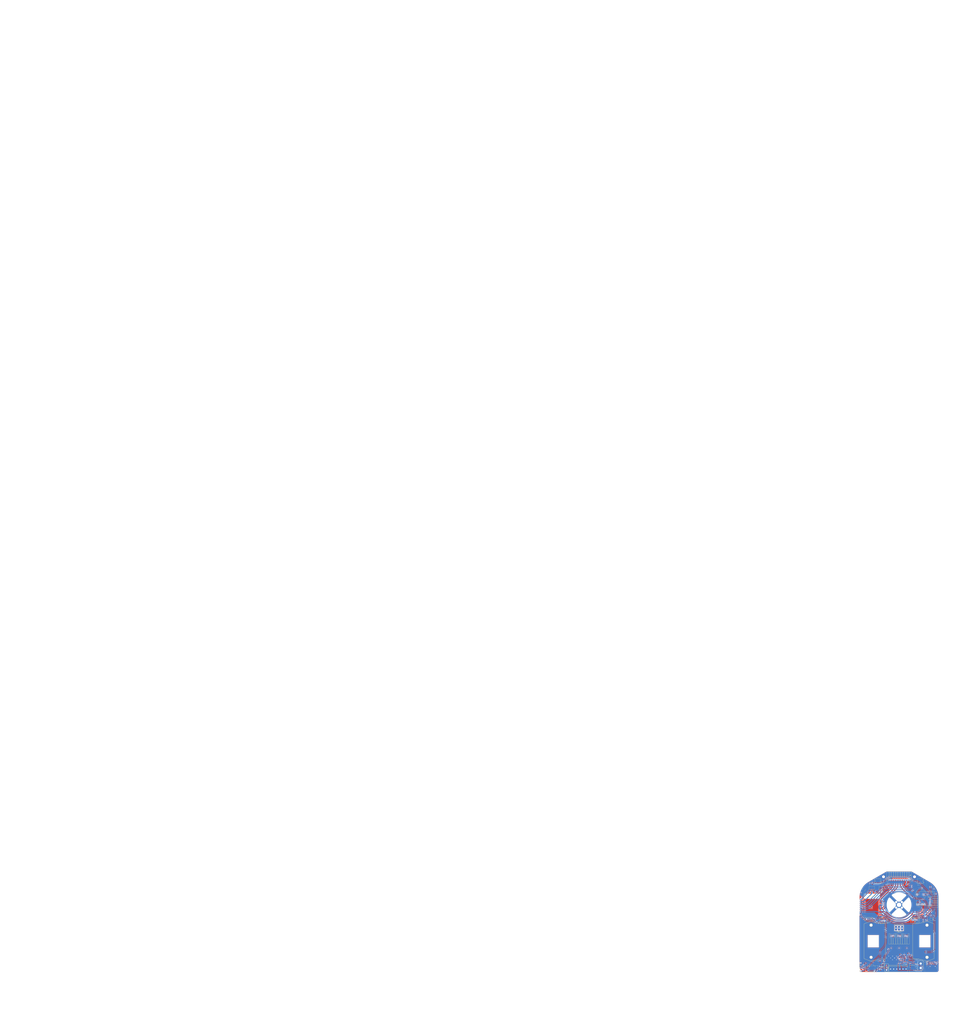
<source format=kicad_pcb>
(kicad_pcb (version 20241229) (generator "pcbnew") (generator_version "9.0")
  (layers (0 "F.Cu" signal) (2 "B.Cu" signal) (13 "F.Paste" user) (15 "B.Paste" user) (5 "F.SilkS" user "F.Silkscreen") (7 "B.SilkS" user "B.Silkscreen") (1 "F.Mask" user) (3 "B.Mask" user) (25 "Edge.Cuts" user))
  (net 0 "")
  (net 1 "Net-(BZ1--)")
  (net 2 "Net-(BZ1-+)")
  (net 3 "/Vb")
  (net 4 "GND")
  (net 5 "/VDD_ESP")
  (net 6 "+3.3V")
  (net 7 "/EN")
  (net 8 "/BOOT")
  (net 9 "Net-(U2-FILTER)")
  (net 10 "Net-(U3-FILTER)")
  (net 11 "/VM")
  (net 12 "Net-(D3-VDD)")
  (net 13 "Net-(D5-VDD)")
  (net 14 "Net-(D1-A)")
  (net 15 "Net-(D2-K)")
  (net 16 "/LEDs")
  (net 17 "unconnected-(D5-DOUT-Pad2)")
  (net 18 "/CH340C/VMusC")
  (net 19 "/CH340C/VMusB")
  (net 20 "/SCL")
  (net 21 "/SDA")
  (net 22 "/Enc1")
  (net 23 "/Enc2")
  (net 24 "/ESC1&2_VM")
  (net 25 "/ESC3_VM")
  (net 26 "/Data_S3")
  (net 27 "/Data_1aux")
  (net 28 "/Data_S0")
  (net 29 "/Data_SIG")
  (net 30 "/Data_S1")
  (net 31 "/Data_2aux")
  (net 32 "/Data_S2")
  (net 33 "/Data_EN")
  (net 34 "/ESC_1")
  (net 35 "/ESC_2")
  (net 36 "/ESC_3")
  (net 37 "/CH340C/D-")
  (net 38 "/CH340C/D+")
  (net 39 "/CH340C/CC1")
  (net 42 "/CH340C/CC2")
  (net 43 "/TX")
  (net 44 "/RX")
  (net 46 "Net-(Q1-G)")
  (net 47 "/BUZ")
  (net 48 "/BUTTON")
  (net 49 "/StepDown_2315/Rt")
  (net 52 "/StepDown_2315/VCC_SW")
  (net 61 "/CurrESC1&2")
  (net 62 "/CurrESC2")
  (net 72 "/StepDown_2315/SW")
  (net 73 "Net-(ST1-EN{slash}SYNC)")
  (net 74 "/StepDown_2315/AAM")
  (net 75 "/StepDown_2315/FB")
  (net 76 "/StepDown_2315/BST")
  (net 77 "Net-(C19-Pad1)")
  (net 80 "/D_LED")
  (footprint "MountingHole:MountingHole_2.2mm_M2" (layer "F.Cu") (at 103.318019 165.531981 90)
    (property "Reference" "H9" (hide yes))
    (property "Value" "M2")
  )
  (footprint "" (layer "F.Cu") (at 97.725 210.925)
    (property "Reference" "")
    (property "Value" "")
  )
  (footprint "" (layer "F.Cu") (at 120.74 140.505)
    (property "Reference" "")
    (property "Value" "")
  )
  (footprint "TerminalBlock_Phoenix:TerminalBlock_Phoenix_PT-1,5-3-3.5-H_1x03_P3.50mm_Horizontal" (layer "F.Cu") (at 110.025 188.6 180)
    (property "Reference" "ESC_3")
    (property "Value" "TerminalBlock_Phoenix_PT-1,5-3-3.5-H_1x03_P3.50mm_Horizontal")
  )
  (footprint "Resistor_SMD:R_0805_2012Metric" (layer "F.Cu") (at 73.8825 229.05 -90)
    (property "Reference" "Rp2" (hide yes))
    (property "Value" "100k" (hide yes))
  )
  (footprint "MixLib:MPU6050_Module" (layer "F.Cu") (at 136.7 155.77 90)
    (property "Reference" "J2" (hide yes))
    (property "Value" "MPU6050")
  )
  (footprint "Resistor_SMD:R_0805_2012Metric" (layer "F.Cu") (at 75.8195 229.05 -90)
    (property "Reference" "Rp1" (hide yes))
    (property "Value" "47k")
  )
  (footprint "Connector_AMASS:AMASS_XT30U-M_1x02_P5.0mm_Vertical" (layer "F.Cu") (at 130.9 228.45 -90)
    (property "Reference" "J1" (hide yes))
    (property "Value" "XT30PW-M" (hide yes))
  )
  (footprint "Capacitor_SMD:C_0805_2012Metric" (layer "F.Cu") (at 82.22 232.06)
    (property "Reference" "C20" (hide yes))
    (property "Value" "22uF")
  )
  (footprint "MountingHole:MountingHole_2.2mm_M2" (layer "F.Cu") (at 103.318019 159.168019 180)
    (property "Reference" "H8" (hide yes))
    (property "Value" "M2")
  )
  (footprint "Capacitor_SMD:C_0805_2012Metric" (layer "F.Cu") (at 68.3825 236.3 180)
    (property "Reference" "C17" (hide yes))
    (property "Value" "22uF" (hide yes))
  )
  (footprint "Capacitor_SMD:C_0805_2012Metric" (layer "F.Cu") (at 89.125 135.825)
    (property "Reference" "C24" (hide yes))
    (property "Value" "100nF")
  )
  (footprint "Resistor_SMD:R_0603_1608Metric" (layer "F.Cu") (at 135.575 236.8875)
    (property "Reference" "R10" (hide yes))
    (property "Value" "10k")
  )
  (footprint "MountingHole:MountingHole_3mm" (layer "F.Cu") (at 75 221.379263)
    (property "Reference" "H2" (hide yes))
    (property "Value" "M3")
  )
  (footprint "Connector_USB:USB_C_Receptacle_GCT_USB4110" (layer "F.Cu") (at 144.39 234.3)
    (property "Reference" "J13" (hide yes))
    (property "Value" "USB_C_Receptacle_USB2.0_16P")
  )
  (footprint "Capacitor_SMD:C_0805_2012Metric" (layer "F.Cu") (at 137.675 136.925)
    (property "Reference" "C26" (hide yes))
    (property "Value" "100nF")
  )
  (footprint "Package_TO_SOT_SMD:SOT-23" (layer "F.Cu") (at 128.775 141.8)
    (property "Reference" "Q1" (hide yes))
    (property "Value" "IRLML2502")
  )
  (footprint "" (layer "F.Cu") (at 133.825 178.75)
    (property "Reference" "")
    (property "Value" "")
  )
  (footprint "Capacitor_SMD:C_0805_2012Metric" (layer "F.Cu") (at 107.05 224.5 180)
    (property "Reference" "C10" (hide yes))
    (property "Value" "10nF")
  )
  (footprint "Potentiometer_SMD:Potentiometer_Vishay_TS53YJ_Vertical" (layer "F.Cu") (at 80.1275 228.1)
    (property "Reference" "RV1" (hide yes))
    (property "Value" "Pot" (hide yes))
  )
  (footprint "Capacitor_SMD:C_0603_1608Metric" (layer "F.Cu") (at 90.2 174.775 -90)
    (property "Reference" "C8" (hide yes))
    (property "Value" "100nF")
  )
  (footprint "LED_SMD:LED_WS2812B_PLCC4_5.0x5.0mm_P3.2mm" (layer "F.Cu") (at 130.425 135.55 180)
    (property "Reference" "D5" (hide yes))
    (property "Value" "WS2812B")
  )
  (footprint "Resistor_SMD:R_0805_2012Metric" (layer "F.Cu") (at 137.67 140.19)
    (property "Reference" "R7" (hide yes))
    (property "Value" "100")
  )
  (footprint "Diode_SMD:D_SMA" (layer "F.Cu") (at 88.3 232.15 -90)
    (property "Reference" "D1")
    (property "Value" "SS14")
  )
  (footprint "Diode_SMD:D_SMA" (layer "F.Cu") (at 135.8 230.25 -90)
    (property "Reference" "D6" (hide yes))
    (property "Value" "SS14" (hide yes))
  )
  (footprint "LED_SMD:LED_WS2812B_PLCC4_5.0x5.0mm_P3.2mm" (layer "F.Cu") (at 82.56 135.57 180)
    (property "Reference" "D3" (hide yes))
    (property "Value" "WS2812B")
  )
  (footprint "Capacitor_SMD:C_0805_2012Metric" (layer "F.Cu") (at 64.45 154.065 180)
    (property "Reference" "C4" (hide yes))
    (property "Value" "100nF" (hide yes))
  )
  (footprint "TerminalBlock_Phoenix:TerminalBlock_Phoenix_PT-1,5-6-3.5-H_1x06_P3.50mm_Horizontal" (layer "F.Cu") (at 114.44 234.64 180)
    (property "Reference" "J15" (hide yes))
    (property "Value" "ESC_VM")
  )
  (footprint "Capacitor_SMD:C_0603_1608Metric" (layer "F.Cu") (at 68.5825 234.575 180)
    (property "Reference" "C18" (hide yes))
    (property "Value" "100nF" (hide yes))
  )
  (footprint "MixLib:SW_Slide-03_P2.54_L9_W4_H7" (layer "F.Cu") (at 72.56 178.3 180)
    (property "Reference" "SW3" (hide yes))
    (property "Value" "Boot_SW")
  )
  (footprint "" (layer "F.Cu") (at 145.77 144.23)
    (property "Reference" "")
    (property "Value" "")
  )
  (footprint "Capacitor_SMD:C_0603_1608Metric" (layer "F.Cu") (at 138.575 171.625)
    (property "Reference" "C14" (hide yes))
    (property "Value" "100nF")
  )
  (footprint "Capacitor_SMD:C_0805_2012Metric" (layer "F.Cu") (at 138.775 173.4)
    (property "Reference" "C13" (hide yes))
    (property "Value" "1uF")
  )
  (footprint "" (layer "F.Cu") (at 149.575 226.925)
    (property "Reference" "")
    (property "Value" "")
  )
  (footprint "MountingHole:MountingHole_3mm" (layer "F.Cu") (at 123.98 130.69)
    (property "Reference" "H6" (hide yes))
    (property "Value" "M3" (hide yes))
  )
  (footprint "Resistor_SMD:R_0805_2012Metric" (layer "F.Cu") (at 70.75 147.675)
    (property "Reference" "R9" (hide yes))
    (property "Value" "10k")
  )
  (footprint "Package_SO:SOIC-16_3.9x9.9mm_P1.27mm" (layer "F.Cu") (at 128.925 169.53 180)
    (property "Reference" "U4" (hide yes))
    (property "Value" "CH340C")
  )
  (footprint "MountingHole:MountingHole_3mm" (layer "F.Cu") (at 138 185.1793)
    (property "Reference" "H3" (hide yes))
    (property "Value" "M3")
  )
  (footprint "Connector_USB:USB_Micro-B_Amphenol_10104110_Horizontal" (layer "F.Cu") (at 147.6 171.35 90)
    (property "Reference" "J16" (hide yes))
    (property "Value" "USB_B_Micro" (hide yes))
  )
  (footprint "Buzzer_Beeper:Buzzer_12x9.5RM7.6" (layer "F.Cu") (at 134.625 150.575 180)
    (property "Reference" "BZ1" (hide yes))
    (property "Value" "Buzzer")
  )
  (footprint "Inductor_SMD:L_TDK_SLF6025" (layer "F.Cu") (at 76.4275 234.1425)
    (property "Reference" "L1" (hide yes))
    (property "Value" "6.8uH" (hide yes))
  )
  (footprint "PCM_Espressif:ESP32-WROOM-32E" (layer "F.Cu") (at 75.975 164.04)
    (property "Reference" "U1" (hide yes))
    (property "Value" "ESP32-WROOM-32E")
  )
  (footprint "Capacitor_SMD:C_0805_2012Metric" (layer "F.Cu") (at 114.225 224.45 180)
    (property "Reference" "C9" (hide yes))
    (property "Value" "10nF")
  )
  (footprint "Resistor_SMD:R_0603_1608Metric" (layer "F.Cu") (at 93.85 225.06232)
    (property "Reference" "R1" (hide yes))
    (property "Value" "1k" (hide yes))
  )
  (footprint "Capacitor_SMD:CP_Elec_6.3x5.4" (layer "F.Cu") (at 121.725 226.95 180)
    (property "Reference" "C2" (hide yes))
    (property "Value" "100uF" (hide yes))
  )
  (footprint "Capacitor_SMD:C_0805_2012Metric" (layer "F.Cu") (at 92.525 139.075 90)
    (property "Reference" "C11" (hide yes))
    (property "Value" "1uF")
  )
  (footprint "MixLib:Mini360_step-down" (layer "F.Cu") (at 71.05 232.375 180)
    (property "Reference" "U6" (hide yes))
    (property "Value" "Mini360" (hide yes))
  )
  (footprint "Capacitor_SMD:C_0805_2012Metric" (layer "F.Cu") (at 95.125 139.075 90)
    (property "Reference" "C12" (hide yes))
    (property "Value" "100nF")
  )
  (footprint "MixLib:MagicAlonso_Red_Mod_23.5mm" (layer "F.Cu") (at 135.27 206.179262 180)
    (property "Reference" "REF**" (hide yes))
    (property "Value" "MagicAlonso_Red_Mod_23.5mm")
    (fp_rect (start -6.75 -4.2) (end 5.95 10) (stroke (width 0.1)) (fill no) (layer "Edge.Cuts"))
  )
  (footprint "Capacitor_SMD:C_0603_1608Metric" (layer "F.Cu") (at 63.19 230.82 90)
    (property "Reference" "C23" (hide yes))
    (property "Value" "100nF" (hide yes))
  )
  (footprint "" (layer "F.Cu") (at 63.7 148.625)
    (property "Reference" "")
    (property "Value" "")
  )
  (footprint "" (layer "F.Cu") (at 106.525 210.925)
    (property "Reference" "")
    (property "Value" "")
  )
  (footprint "Resistor_SMD:R_0603_1608Metric" (layer "F.Cu") (at 135.575 235.175)
    (property "Reference" "R11" (hide yes))
    (property "Value" "10k")
  )
  (footprint "" (layer "F.Cu") (at 115.325 210.925)
    (property "Reference" "")
    (property "Value" "")
  )
  (footprint "Resistor_SMD:R_0805_2012Metric" (layer "F.Cu") (at 66.49 227.64)
    (property "Reference" "R17" (hide yes))
    (property "Value" "10k")
  )
  (footprint "Capacitor_SMD:CP_Elec_6.3x5.4" (layer "F.Cu") (at 121.5 234.35 180)
    (property "Reference" "C28" (hide yes))
    (property "Value" "100uF")
  )
  (footprint "Connector_JST:JST_XH_S4B-XH-A_1x04_P2.50mm_Horizontal" (layer "F.Cu") (at 141.455 162.75 90)
    (property "Reference" "J14" (hide yes))
    (property "Value" "UART_Out")
  )
  (footprint "Connector_JST:JST_XH_S10B-XH-A_1x10_P2.50mm_Horizontal" (layer "F.Cu") (at 117.76 134.07 180)
    (property "Reference" "J9")
    (property "Value" "Sensors" (hide yes))
  )
  (footprint "Resistor_SMD:R_0603_1608Metric" (layer "F.Cu") (at 86.65 146.225)
    (property "Reference" "R2" (hide yes))
    (property "Value" "10k")
  )
  (footprint "Resistor_SMD:R_0805_2012Metric" (layer "F.Cu") (at 71.2075 228.725 180)
    (property "Reference" "R14" (hide yes))
    (property "Value" "20" (hide yes))
  )
  (footprint "Resistor_SMD:R_0603_1608Metric" (layer "F.Cu") (at 64.77 230.82 -90)
    (property "Reference" "R15" (hide yes))
    (property "Value" "100k" (hide yes))
  )
  (footprint "" (layer "F.Cu") (at 73.325 137.825)
    (property "Reference" "")
    (property "Value" "")
  )
  (footprint "Fuse:Fuse_1812_4532Metric_Pad1.30x3.40mm_HandSolder" (layer "F.Cu") (at 66.65 145.125 -90)
    (property "Reference" "F1" (hide yes))
    (property "Value" "300mA" (hide yes))
  )
  (footprint "Connector_JST:JST_XH_S2B-XH-A_1x02_P2.50mm_Horizontal" (layer "F.Cu") (at 105.2575 197.335)
    (property "Reference" "J11" (hide yes))
    (property "Value" "ESC2")
  )
  (footprint "Resistor_SMD:R_1206_3216Metric" (layer "F.Cu") (at 142.975 147.55)
    (property "Reference" "R4" (hide yes))
    (property "Value" "330")
  )
  (footprint "MountingHole:MountingHole_3mm" (layer "F.Cu") (at 88.98 130.69)
    (property "Reference" "H5" (hide yes))
    (property "Value" "M3" (hide yes))
  )
  (footprint "" (layer "F.Cu") (at 133.825 180.825)
    (property "Reference" "")
    (property "Value" "")
  )
  (footprint "MixLib:MagicAlonso_Red_Mod_23.5mm" (layer "F.Cu") (at 77.75 200.375002)
    (property "Reference" "REF**" (hide yes))
    (property "Value" "MagicAlonso_Red_Mod_23.5mm")
    (fp_rect (start -6.75 -4.2) (end 5.95 10) (stroke (width 0.1)) (fill no) (layer "Edge.Cuts"))
  )
  (footprint "Resistor_SMD:R_0603_1608Metric" (layer "F.Cu") (at 141.5 228.4 180)
    (property "Reference" "R13" (hide yes))
    (property "Value" "10k")
  )
  (footprint "Resistor_SMD:R_1206_3216Metric" (layer "F.Cu") (at 141.8 168.925 90)
    (property "Reference" "REF**" (hide yes))
    (property "Value" "R_1206_3216Metric")
  )
  (footprint "MixLib:LED_0805_2012Metric" (layer "F.Cu") (at 89.24 225.02232 180)
    (property "Reference" "D2" (hide yes))
    (property "Value" "LED_On" (hide yes))
  )
  (footprint "Capacitor_SMD:C_0805_2012Metric" (layer "F.Cu") (at 82.22 234.12)
    (property "Reference" "C22" (hide yes))
    (property "Value" "10uF")
  )
  (footprint "Resistor_SMD:R_0805_2012Metric" (layer "F.Cu") (at 94.9 142.625)
    (property "Reference" "R6" (hide yes))
    (property "Value" "10k")
  )
  (footprint "MountingHole:MountingHole_2.2mm_M2" (layer "F.Cu") (at 109.681981 165.531981 90)
    (property "Reference" "H10" (hide yes))
    (property "Value" "M2")
  )
  (footprint "Resistor_SMD:R_1206_3216Metric" (layer "F.Cu") (at 116.33 139.14 180)
    (property "Reference" "REF**" (hide yes))
    (property "Value" "R_1206_3216Metric")
  )
  (footprint "Resistor_SMD:R_0603_1608Metric" (layer "F.Cu") (at 141.5 226.775 180)
    (property "Reference" "R12" (hide yes))
    (property "Value" "10k")
  )
  (footprint "Capacitor_SMD:C_0805_2012Metric" (layer "F.Cu") (at 82.22 236.18)
    (property "Reference" "C21" (hide yes))
    (property "Value" "22uF")
  )
  (footprint "MountingHole:MountingHole_2.2mm_M2" (layer "F.Cu") (at 109.681981 159.168019 180)
    (property "Reference" "H7" (hide yes))
    (property "Value" "M2")
  )
  (footprint "Package_TO_SOT_SMD:TSOT-23-8" (layer "F.Cu") (at 69.6825 231.775 90)
    (property "Reference" "ST1" (hide yes))
    (property "Value" "MP2315" (hide yes))
  )
  (footprint "Connector_JST:JST_XH_B3B-XH-A_1x03_P2.50mm_Vertical" (layer "F.Cu") (at 91.5 180.275 180)
    (property "Reference" "J4" (hide yes))
    (property "Value" "Encoder1" (hide yes))
  )
  (footprint "MixLib:SW_Slide-03_P2.54_L9_W4_H7" (layer "F.Cu") (at 92.475 233.12 90)
    (property "Reference" "SW1")
    (property "Value" "Power_SW" (hide yes))
  )
  (footprint "Connector_JST:JST_XH_S2B-XH-A_1x02_P2.50mm_Horizontal" (layer "F.Cu") (at 113.025 197.335)
    (property "Reference" "J12" (hide yes))
    (property "Value" "ESC3")
  )
  (footprint "Button_Switch_SMD:SW_SPST_CK_RS282G05A3" (layer "F.Cu") (at 86.89 143.27)
    (property "Reference" "SW2" (hide yes))
    (property "Value" "EN_Push")
  )
  (footprint "Diode_SMD:D_SMA" (layer "F.Cu") (at 144.825 178.575)
    (property "Reference" "D7")
    (property "Value" "SS14")
  )
  (footprint "Resistor_SMD:R_0603_1608Metric" (layer "F.Cu") (at 65.34 235.12 180)
    (property "Reference" "R16" (hide yes))
    (property "Value" "10k")
  )
  (footprint "Resistor_SMD:R_0805_2012Metric" (layer "F.Cu") (at 89.23 138.54)
    (property "Reference" "R5" (hide yes))
    (property "Value" "100")
  )
  (footprint "Connector_JST:JST_XH_S2B-XH-A_1x02_P2.50mm_Horizontal" (layer "F.Cu") (at 97.49 197.335)
    (property "Reference" "J10" (hide yes))
    (property "Value" "ESC1")
  )
  (footprint "Capacitor_SMD:C_0603_1608Metric" (layer "F.Cu") (at 72.1575 231.2 -90)
    (property "Reference" "C19" (hide yes))
    (property "Value" "100nF" (hide yes))
  )
  (footprint "Connector_JST:JST_XH_B3B-XH-A_1x03_P2.50mm_Vertical" (layer "F.Cu") (at 121.825 179.225)
    (property "Reference" "J5")
    (property "Value" "Encoder2")
  )
  (footprint "Resistor_SMD:R_0805_2012Metric" (layer "F.Cu") (at 124.66 144.55 -90)
    (property "Reference" "R8" (hide yes))
    (property "Value" "330")
  )
  (footprint "MountingHole:MountingHole_3mm" (layer "F.Cu") (at 75 185.179263)
    (property "Reference" "H1" (hide yes))
    (property "Value" "M3")
  )
  (footprint "Capacitor_SMD:C_0805_2012Metric" (layer "F.Cu") (at 64.425 151.375 180)
    (property "Reference" "C3" (hide yes))
    (property "Value" "1uF" (hide yes))
  )
  (footprint "Capacitor_SMD:C_0805_2012Metric" (layer "F.Cu") (at 86.875 147.95)
    (property "Reference" "C7" (hide yes))
    (property "Value" "100nF")
  )
  (footprint "Resistor_SMD:R_0603_1608Metric" (layer "F.Cu") (at 67.38 230 90)
    (property "Reference" "Rt1" (hide yes))
    (property "Value" "33k" (hide yes))
  )
  (footprint "" (layer "F.Cu") (at 120.74 142.58)
    (property "Reference" "")
    (property "Value" "")
  )
  (footprint "Button_Switch_SMD:SW_SPST_CK_RS282G05A3" (layer "F.Cu") (at 75.775 143.275)
    (property "Reference" "SW4" (hide yes))
    (property "Value" "BUTTON_Push")
  )
  (footprint "MountingHole:MountingHole_3mm" (layer "F.Cu") (at 138 221.379263)
    (property "Reference" "H4" (hide yes))
    (property "Value" "M3" (hide yes))
  )
  (footprint "Capacitor_SMD:C_0603_1608Metric" (layer "B.Cu") (at 113.91 225.34 180)
    (property "Reference" "C6" (hide yes))
    (property "Value" "100nF")
  )
  (footprint "Capacitor_SMD:C_0603_1608Metric" (layer "B.Cu") (at 123.7 226.05 180)
    (property "Reference" "C5" (hide yes))
    (property "Value" "100nF")
  )
  (footprint "Resistor_SMD:R_0603_1608Metric" (layer "B.Cu") (at 88.4 177.65)
    (property "Reference" "R3" (hide yes))
    (property "Value" "10k")
  )
  (footprint "Package_SO:SOIC-8_3.9x4.9mm_P1.27mm" (layer "B.Cu") (at 108.65 226.935 90)
    (property "Reference" "U3" (hide yes))
    (property "Value" "ACS712-20A" (hide yes))
  )
  (footprint "Resistor_SMD:R_1206_3216Metric" (layer "B.Cu") (at 69.4 233.95 90)
    (property "Reference" "REF**" (hide yes))
    (property "Value" "R_1206_3216Metric")
  )
  (footprint "Package_SO:SOIC-8_3.9x4.9mm_P1.27mm" (layer "B.Cu") (at 119.16 226.895 90)
    (property "Reference" "U2" (hide yes))
    (property "Value" "ACS712-30A" (hide yes))
  )
  (gr_line (start 104.139914 157.839157) (end 98.533318 152.232562) (stroke (width 0.1)) (layer "Edge.Cuts"))
  (gr_line (start 64 238) (end 149 238) (stroke (width 0.1)) (layer "Edge.Cuts"))
  (gr_arc (start 114.304436 173.932498) (mid 106.493467 176.31403) (end 98.682498 173.932497) (stroke (width 0.1)) (layer "Edge.Cuts"))
  (gr_arc (start 64 238) (mid 62.585786 237.414214) (end 62 236) (stroke (width 0.1)) (layer "Edge.Cuts"))
  (gr_circle (center 103.311486 165.496012) (end 104.311486 165.496012) (stroke (width 0.1)) (fill no) (layer "Edge.Cuts"))
  (gr_line (start 108.84702 157.839157) (end 114.453616 152.232562) (stroke (width 0.1)) (layer "Edge.Cuts"))
  (gr_line (start 102.018593 164.667584) (end 96.411998 170.27418) (stroke (width 0.1)) (layer "Edge.Cuts"))
  (gr_circle (center 109.675448 159.13205) (end 110.675448 159.13205) (stroke (width 0.1)) (fill no) (layer "Edge.Cuts"))
  (gr_arc (start 96.411998 170.27418) (mid 95.60829 170.562397) (end 94.875 170.125) (stroke (width 0.1)) (layer "Edge.Cuts"))
  (gr_arc (start 102.018593 159.960478) (mid 102.740108 161.040296) (end 102.993467 162.314031) (stroke (width 0.1)) (layer "Edge.Cuts"))
  (gr_arc (start 98.533318 152.232562) (mid 98.245129 151.428869) (end 98.682498 150.695564) (stroke (width 0.1)) (layer "Edge.Cuts"))
  (gr_arc (start 108.84702 157.839157) (mid 107.767204 158.560679) (end 106.493467 158.814031) (stroke (width 0.1)) (layer "Edge.Cuts"))
  (gr_line (start 104.139914 166.788905) (end 98.533318 172.3955) (stroke (width 0.1)) (layer "Edge.Cuts"))
  (gr_line (start 92.51 124.76) (end 71.955203 136.650906) (stroke (width 0.1)) (layer "Edge.Cuts"))
  (gr_arc (start 110.968341 164.667584) (mid 110.246831 163.587766) (end 109.993467 162.314031) (stroke (width 0.1)) (layer "Edge.Cuts"))
  (gr_circle (center 109.675448 165.496012) (end 110.675448 165.496012) (stroke (width 0.1)) (fill no) (layer "Edge.Cuts"))
  (gr_arc (start 106.493467 165.814031) (mid 107.76721 166.067379) (end 108.84702 166.788905) (stroke (width 0.1)) (layer "Edge.Cuts"))
  (gr_arc (start 114.304436 150.695564) (mid 114.741819 151.428863) (end 114.453616 152.232562) (stroke (width 0.1)) (layer "Edge.Cuts"))
  (gr_arc (start 98.682498 150.695564) (mid 106.493468 148.314029) (end 114.304436 150.695565) (stroke (width 0.1)) (layer "Edge.Cuts"))
  (gr_line (start 108.84702 166.788905) (end 114.453616 172.3955) (stroke (width 0.1)) (layer "Edge.Cuts"))
  (gr_arc (start 61.9701 153.970095) (mid 64.643468 143.973411) (end 71.955203 136.650906) (stroke (width 0.1)) (layer "Edge.Cuts"))
  (gr_line (start 151 236) (end 150.970093 153.950602) (stroke (width 0.1)) (layer "Edge.Cuts"))
  (gr_arc (start 114.453616 172.3955) (mid 114.741824 173.19921) (end 114.304436 173.932498) (stroke (width 0.1)) (layer "Edge.Cuts"))
  (gr_line (start 110.968341 159.960478) (end 116.574936 154.353882) (stroke (width 0.1)) (layer "Edge.Cuts"))
  (gr_arc (start 116.574936 154.353882) (mid 117.37863 154.065702) (end 118.111934 154.503062) (stroke (width 0.1)) (layer "Edge.Cuts"))
  (gr_circle (center 106.493467 162.314031) (end 108.993467 162.314031) (stroke (width 0.1)) (fill no) (layer "Edge.Cuts"))
  (gr_line (start 92.51 124.76) (end 120.51 124.76) (stroke (width 0.1)) (layer "Edge.Cuts"))
  (gr_line (start 110.968341 164.667584) (end 116.574936 170.27418) (stroke (width 0.1)) (layer "Edge.Cuts"))
  (gr_arc (start 118.111934 170.125) (mid 117.378636 170.562397) (end 116.574936 170.27418) (stroke (width 0.1)) (layer "Edge.Cuts"))
  (gr_line (start 102.018593 159.960478) (end 96.411998 154.353882) (stroke (width 0.1)) (layer "Edge.Cuts"))
  (gr_arc (start 104.139914 166.788905) (mid 105.219734 166.067402) (end 106.493467 165.814031) (stroke (width 0.1)) (layer "Edge.Cuts"))
  (gr_arc (start 98.682498 173.932498) (mid 98.245129 173.19921) (end 98.533318 172.3955) (stroke (width 0.1)) (layer "Edge.Cuts"))
  (gr_line (start 62 236) (end 61.9701 153.970095) (stroke (width 0.1)) (layer "Edge.Cuts"))
  (gr_line (start 120.51 124.76) (end 141.011075 136.661109) (stroke (width 0.1)) (layer "Edge.Cuts"))
  (gr_arc (start 141.011075 136.661109) (mid 148.300609 143.975245) (end 150.970093 153.950602) (stroke (width 0.1)) (layer "Edge.Cuts"))
  (gr_arc (start 106.493467 158.814031) (mid 105.21974 158.560659) (end 104.139914 157.839157) (stroke (width 0.1)) (layer "Edge.Cuts"))
  (gr_arc (start 109.993467 162.314031) (mid 110.246824 161.040296) (end 110.968341 159.960478) (stroke (width 0.1)) (layer "Edge.Cuts"))
  (gr_arc (start 151 236) (mid 150.414214 237.414214) (end 149 238) (stroke (width 0.1)) (layer "Edge.Cuts"))
  (gr_arc (start 94.875 170.125) (mid 92.493467 162.314031) (end 94.875001 154.503062) (stroke (width 0.1)) (layer "Edge.Cuts"))
  (gr_circle (center 103.311486 159.13205) (end 104.311486 159.13205) (stroke (width 0.1)) (fill no) (layer "Edge.Cuts"))
  (gr_arc (start 94.875 154.503062) (mid 95.608289 154.065707) (end 96.411998 154.353882) (stroke (width 0.1)) (layer "Edge.Cuts"))
  (gr_arc (start 118.111934 154.503062) (mid 120.493467 162.314031) (end 118.111933 170.125) (stroke (width 0.1)) (layer "Edge.Cuts"))
  (gr_arc (start 102.993467 162.314031) (mid 102.740098 163.587761) (end 102.018593 164.667584) (stroke (width 0.1)) (layer "Edge.Cuts"))
  (segment (start 129.7125 142.19375) (end 129.7125 141.8) (width 0.6) (layer "F.Cu") (net 1))
  (segment (start 130.13375 143.00875) (end 129.990923 142.865923) (width 0.6) (layer "F.Cu") (net 1))
  (segment (start 131.88 143.41) (end 131.9 143.39) (width 0.6) (layer "F.Cu") (net 1))
  (segment (start 127.025 150.575) (end 127.2 150.575) (width 0.6) (layer "F.Cu") (net 1))
  (segment (start 131.150737 143.43) (end 131.831715 143.43) (width 0.6) (layer "F.Cu") (net 1))
  (via (at 131.9 143.39) (size 1.7) (drill 0.7) (layers "F.Cu" "B.Cu") (net 1))
  (arc (start 130.13375 143.00875) (mid 130.600347 143.32052) (end 131.150737 143.43) (width 0.6) (layer "F.Cu") (net 1))
  (arc (start 129.7125 142.19375) (mid 129.784859 142.557527) (end 129.990923 142.865923) (width 0.6) (layer "F.Cu") (net 1))
  (arc (start 131.88 143.41) (mid 131.857846 143.424802) (end 131.831715 143.43) (width 0.6) (layer "F.Cu") (net 1))
  (segment (start 127.917722 147.157277) (end 131.608986 143.466013) (width 0.7) (layer "B.Cu") (net 1))
  (segment (start 131.7925 143.39) (end 131.9 143.39) (width 0.7) (layer "B.Cu") (net 1))
  (segment (start 127.025 149.3125) (end 127.025 150.575) (width 0.7) (layer "B.Cu") (net 1))
  (arc (start 131.7925 143.39) (mid 131.693182 143.409755) (end 131.608986 143.466013) (width 0.7) (layer "B.Cu") (net 1))
  (arc (start 127.917722 147.157277) (mid 127.25701 148.146101) (end 127.025 149.3125) (width 0.7) (layer "B.Cu") (net 1))
  (segment (start 139.037499 148.187499) (end 138.992201 148.232798) (width 0.7) (layer "F.Cu") (net 2))
  (segment (start 138.4 149.6625) (end 138.4 150.5) (width 0.7) (layer "F.Cu") (net 2))
  (segment (start 140.576561 147.55) (end 141.5125 147.55) (width 0.7) (layer "F.Cu") (net 2))
  (via (at 138.4 150.5) (size 1.7) (drill 0.7) (layers "F.Cu" "B.Cu") (net 2))
  (arc (start 140.576561 147.55) (mid 139.743626 147.71568) (end 139.037499 148.187499) (width 0.7) (layer "F.Cu") (net 2))
  (arc (start 138.992201 148.232798) (mid 138.553908 148.88875) (end 138.4 149.6625) (width 0.7) (layer "F.Cu") (net 2))
  (segment (start 138.3625 150.5375) (end 138.4 150.5) (width 0.7) (layer "B.Cu") (net 2))
  (segment (start 138.271966 150.575) (end 134.625 150.575) (width 0.7) (layer "B.Cu") (net 2))
  (arc (start 138.3625 150.5375) (mid 138.320962 150.565254) (end 138.271966 150.575) (width 0.7) (layer "B.Cu") (net 2))
  (segment (start 135.345 215.42) (end 136.81 215.42) (width 0.9) (layer "F.Cu") (net 3))
  (segment (start 133.136223 215.42) (end 136.81 215.42) (width 0.9) (layer "F.Cu") (net 3))
  (segment (start 135.8 226.307645) (end 135.8 228.25) (width 0.9) (layer "F.Cu") (net 3))
  (segment (start 146.392893 147.55) (end 144.4375 147.55) (width 0.9) (layer "F.Cu") (net 3))
  (segment (start 64.98 233.57) (end 64.875 233.465) (width 0.7) (layer "F.Cu") (net 3))
  (segment (start 85.43875 231.88875) (end 85.43875 231.278824) (width 0.9) (layer "F.Cu") (net 3))
  (segment (start 148.1 149.9) (end 148.1 149.225) (width 0.9) (layer "F.Cu") (net 3))
  (segment (start 94.667677 212.527677) (end 95.245 213.105) (width 0.9) (layer "F.Cu") (net 3))
  (segment (start 64.77 233.211507) (end 64.77 231.645) (width 0.7) (layer "F.Cu") (net 3))
  (segment (start 142.7875 174.7625) (end 142.75 174.725) (width 0.9) (layer "F.Cu") (net 3))
  (segment (start 86.567574 230.15) (end 88.3 230.15) (width 0.9) (layer "F.Cu") (net 3))
  (segment (start 94.625 212.51) (end 94.6 212.51) (width 0.9) (layer "F.Cu") (net 3))
  (segment (start 142.825 174.853033) (end 142.825 178.575) (width 0.9) (layer "F.Cu") (net 3))
  (segment (start 133.88 216.885) (end 133.88 221.672354) (width 0.9) (layer "F.Cu") (net 3))
  (segment (start 96.681457 213.7) (end 128.983776 213.7) (width 0.9) (layer "F.Cu") (net 3))
  (segment (start 147.6 148.05) (end 147.622702 148.072702) (width 0.9) (layer "F.Cu") (net 3))
  (via (at 142.75 174.725) (size 2) (drill 0.7) (layers "F.Cu" "B.Cu") (net 3))
  (via (at 94.6 212.51) (size 1.7) (drill 0.7) (layers "F.Cu" "B.Cu") (net 3))
  (via (at 71.6075 236.14) (size 1.2) (drill 0.55) (layers "F.Cu" "B.Cu") (net 3))
  (via (at 136.81 215.42) (size 2) (drill 0.7) (layers "F.Cu" "B.Cu") (net 3))
  (via (at 85.43875 231.88875) (size 1.7) (drill 0.7) (layers "F.Cu" "B.Cu") (net 3))
  (via (at 64.98 233.57) (size 1.4) (drill 0.7) (layers "F.Cu" "B.Cu") (net 3))
  (via (at 148.1 149.9) (size 1.7) (drill 0.7) (layers "F.Cu" "B.Cu") (net 3))
  (arc (start 95.245 213.105) (mid 95.904052 213.545364) (end 96.681457 213.7) (width 0.9) (layer "F.Cu") (net 3))
  (arc (start 85.769375 230.480625) (mid 85.524676 230.846841) (end 85.43875 231.278824) (width 0.9) (layer "F.Cu") (net 3))
  (arc (start 86.567574 230.15) (mid 86.135591 230.235926) (end 85.769375 230.480625) (width 0.9) (layer "F.Cu") (net 3))
  (arc (start 135.345 215.42) (mid 134.309088 215.849088) (end 133.88 216.885) (width 0.9) (layer "F.Cu") (net 3))
  (arc (start 131.06 214.56) (mid 132.012579 215.196493) (end 133.136223 215.42) (width 0.9) (layer "F.Cu") (net 3))
  (arc (start 64.77 233.211507) (mid 64.797288 233.348696) (end 64.875 233.465) (width 0.7) (layer "F.Cu") (net 3))
  (arc (start 133.88 221.672354) (mid 134.129495 222.926655) (end 134.84 223.99) (width 0.9) (layer "F.Cu") (net 3))
  (arc (start 142.7875 174.7625) (mid 142.815254 174.804036) (end 142.825 174.853033) (width 0.9) (layer "F.Cu") (net 3))
  (arc (start 131.06 214.56) (mid 130.10742 213.923506) (end 128.983776 213.7) (width 0.9) (layer "F.Cu") (net 3))
  (arc (start 94.667677 212.527677) (mid 94.648096 212.514594) (end 94.625 212.51) (width 0.9) (layer "F.Cu") (net 3))
  (arc (start 134.84 223.99) (mid 135.550504 225.053344) (end 135.8 226.307645) (width 0.9) (layer "F.Cu") (net 3))
  (arc (start 147.6 148.05) (mid 147.046174 147.679945) (end 146.392893 147.55) (width 0.9) (layer "F.Cu") (net 3))
  (arc (start 147.622702 148.072702) (mid 147.975954 148.601381) (end 148.1 149.225) (width 0.9) (layer "F.Cu") (net 3))
  (segment (start 145.45 175.55) (end 145.287912 175.387912) (width 1) (layer "B.Cu") (net 3))
  (segment (start 141.930413 215.49) (end 136.929497 215.49) (width 1) (layer "B.Cu") (net 3))
  (segment (start 94.54 212.57) (end 94.6 212.51) (width 0.9) (layer "B.Cu") (net 3))
  (segment (start 71.59875 236.14) (end 71.6075 236.14) (width 1) (layer "B.Cu") (net 3))
  (segment (start 93.53778 216.237219) (end 92.0525 217.7225) (width 0.9) (layer "B.Cu") (net 3))
  (segment (start 64.98 233.57) (end 67.249165 233.57) (width 0.6) (layer "B.Cu") (net 3))
  (segment (start 143.6875 174.725) (end 142.75 174.725) (width 1) (layer "B.Cu") (net 3))
  (segment (start 79.52625 236.945) (end 77.81375 236.945) (width 0.9) (layer "B.Cu") (net 3))
  (segment (start 68.038785 233.242928) (end 68.365857 232.915857) (width 0.6) (layer "B.Cu") (net 3))
  (segment (start 85.570721 231.854278) (end 87.580625 229.844375) (width 0.9) (layer "B.Cu") (net 3))
  (segment (start 85.4875 231.88875) (end 85.43875 231.88875) (width 0.7) (layer "B.Cu") (net 3))
  (segment (start 148.1 149.9) (end 148.1 173.25953) (width 0.9) (layer "B.Cu") (net 3))
  (segment (start 94.48 212.714852) (end 94.48 213.9625) (width 0.9) (layer "B.Cu") (net 3))
  (segment (start 146.275 177.541726) (end 146.275 211.145413) (width 1) (layer "B.Cu") (net 3))
  (segment (start 71.6075 236.14) (end 71.6075 236.07) (width 1) (layer "B.Cu") (net 3))
  (segment (start 136.81 215.42) (end 136.845 215.455) (width 1) (layer "B.Cu") (net 3))
  (segment (start 147.1 175.55) (end 147.1875 175.4625) (width 0.9) (layer "B.Cu") (net 3))
  (segment (start 71.583812 236.133812) (end 70.434143 234.984143) (width 0.9) (layer "B.Cu") (net 3))
  (segment (start 72.01 236.5425) (end 71.6075 236.14) (width 0.9) (layer "B.Cu") (net 3))
  (segment (start 72.98172 236.945) (end 77.81375 236.945) (width 0.9) (layer "B.Cu") (net 3))
  (segment (start 89.625 223.583003) (end 89.625 224.908817) (width 0.9) (layer "B.Cu") (net 3))
  (segment (start 85.43875 231.88875) (end 80.98796 236.339539) (width 0.9) (layer "B.Cu") (net 3))
  (arc (start 85.570721 231.854278) (mid 85.532539 231.879791) (end 85.4875 231.88875) (width 0.9) (layer "B.Cu") (net 3))
  (arc (start 68.038785 233.242928) (mid 67.676504 233.484996) (end 67.249165 233.57) (width 0.6) (layer "B.Cu") (net 3))
  (arc (start 136.845 215.455) (mid 136.883767 215.480903) (end 136.929497 215.49) (width 1) (layer "B.Cu") (net 3))
  (arc (start 146.275 211.145413) (mid 145.944288 212.808014) (end 145.0025 214.2175) (width 1) (layer "B.Cu") (net 3))
  (arc (start 145.287912 175.387912) (mid 144.553636 174.897285) (end 143.6875 174.725) (width 1) (layer "B.Cu") (net 3))
  (arc (start 94.48 213.9625) (mid 94.235125 215.193569) (end 93.53778 216.237219) (width 0.9) (layer "B.Cu") (net 3))
  (arc (start 145.45 175.55) (mid 146.275 175.891726) (end 147.1 175.55) (width 1) (layer "B.Cu") (net 3))
  (arc (start 147.1 175.55) (mid 146.48941 176.463811) (end 146.275 177.541726) (width 0.9) (layer "B.Cu") (net 3))
  (arc (start 92.0525 217.7225) (mid 90.255886 220.411321) (end 89.625 223.583003) (width 0.9) (layer "B.Cu") (net 3))
  (arc (start 89.625 224.908817) (mid 89.093684 227.579921) (end 87.580625 229.844375) (width 0.9) (layer "B.Cu") (net 3))
  (arc (start 148.1 173.25953) (mid 147.862848 174.451768) (end 147.1875 175.4625) (width 0.9) (layer "B.Cu") (net 3))
  (arc (start 94.54 212.57) (mid 94.495593 212.636458) (end 94.48 212.714852) (width 0.9) (layer "B.Cu") (net 3))
  (arc (start 80.98796 236.339539) (mid 80.317321 236.787645) (end 79.52625 236.945) (width 0.9) (layer "B.Cu") (net 3))
  (arc (start 72.01 236.5425) (mid 72.455829 236.840393) (end 72.98172 236.945) (width 0.9) (layer "B.Cu") (net 3))
  (arc (start 71.583812 236.133812) (mid 71.590665 236.138391) (end 71.59875 236.14) (width 0.9) (layer "B.Cu") (net 3))
  (arc (start 146.275 177.541726) (mid 146.060589 176.463811) (end 145.45 175.55) (width 1) (layer "B.Cu") (net 3))
  (arc (start 145.0025 214.2175) (mid 143.593014 215.159288) (end 141.930413 215.49) (width 1) (layer "B.Cu") (net 3))
  (via (at 132.77 224.96) (size 1.4) (drill 0.7) (layers "F.Cu" "B.Cu") (net 4))
  (via (at 127.34 228.03) (size 1.4) (drill 0.7) (layers "F.Cu" "B.Cu") (net 4))
  (via (at 99.13 224.24) (size 1.7) (drill 0.7) (layers "F.Cu" "B.Cu") (net 4))
  (via (at 125.78 237.1) (size 1.4) (drill 0.7) (layers "F.Cu" "B.Cu") (net 4))
  (via (at 133.98 225.85) (size 1.4) (drill 0.7) (layers "F.Cu" "B.Cu") (net 4))
  (via (at 127.28 237.1) (size 1.4) (drill 0.7) (layers "F.Cu" "B.Cu") (net 4))
  (via (at 130.28 237.1) (size 1.4) (drill 0.7) (layers "F.Cu" "B.Cu") (net 4))
  (via (at 131.13 224.74) (size 1.4) (drill 0.7) (layers "F.Cu" "B.Cu") (net 4))
  (via (at 128.78 237.1) (size 1.4) (drill 0.7) (layers "F.Cu" "B.Cu") (net 4))
  (via (at 126.7 225.2) (size 1.4) (drill 0.7) (layers "F.Cu" "B.Cu") (net 4))
  (via (at 103.55 224.225) (size 1.7) (drill 0.7) (layers "F.Cu" "B.Cu") (net 4))
  (via (at 128.28 225.35) (size 1.4) (drill 0.7) (layers "F.Cu" "B.Cu") (net 4))
  (via (at 71.8075 233.8) (size 1.2) (drill 0.55) (layers "F.Cu" "B.Cu") (net 4))
  (via (at 131.78 237.1) (size 1.4) (drill 0.7) (layers "F.Cu" "B.Cu") (net 4))
  (via (at 94.775 220.075) (size 1.7) (drill 0.7) (layers "F.Cu" "B.Cu") (net 4))
  (via (at 96.975 222.175) (size 1.7) (drill 0.7) (layers "F.Cu" "B.Cu") (net 4))
  (via (at 127.57 226.6) (size 1.4) (drill 0.7) (layers "F.Cu" "B.Cu") (net 4))
  (via (at 92.555 222.19) (size 1.7) (drill 0.7) (layers "F.Cu" "B.Cu") (net 4))
  (via (at 127.65 224) (size 1.4) (drill 0.7) (layers "F.Cu" "B.Cu") (net 4))
  (via (at 87.33 221.62) (size 1.7) (drill 0.7) (layers "F.Cu" "B.Cu") (net 4))
  (via (at 99.175 220.075) (size 1.7) (drill 0.7) (layers "F.Cu" "B.Cu") (net 4))
  (via (at 101.35 222.175) (size 1.7) (drill 0.7) (layers "F.Cu" "B.Cu") (net 4))
  (via (at 129.66 224.71) (size 1.4) (drill 0.7) (layers "F.Cu" "B.Cu") (net 4))
  (via (at 101.375 222.175) (size 1.7) (drill 0.7) (layers "F.Cu" "B.Cu") (net 4))
  (via (at 125.9 223.9) (size 1.4) (drill 0.7) (layers "F.Cu" "B.Cu") (net 4))
  (via (at 103.55 220.075) (size 1.7) (drill 0.7) (layers "F.Cu" "B.Cu") (net 4))
  (segment (start 65.975 157.825) (end 66.175996 158.025996) (width 0.7) (layer "F.Cu") (net 5))
  (segment (start 65.5 156.678248) (end 65.5 147.115924) (width 0.7) (layer "F.Cu") (net 5))
  (segment (start 65.51875 147.070656) (end 65.537501 147.051906) (width 0.7) (layer "F.Cu") (net 5))
  (segment (start 66.8375 158.3) (end 67.225 158.3) (width 0.7) (layer "F.Cu") (net 5))
  (arc (start 65.5 156.678248) (mid 65.623448 157.298865) (end 65.975 157.825) (width 0.7) (layer "F.Cu") (net 5))
  (arc (start 65.51875 147.070656) (mid 65.504872 147.091425) (end 65.5 147.115924) (width 0.7) (layer "F.Cu") (net 5))
  (arc (start 66.175996 158.025996) (mid 66.479496 158.228788) (end 66.8375 158.3) (width 0.7) (layer "F.Cu") (net 5))
  (segment (start 137.8 179.325) (end 137.8125 179.3125) (width 0.7) (layer "F.Cu") (net 6))
  (segment (start 122.6 174.749999) (end 123.198223 174.151776) (width 0.6) (layer "F.Cu") (net 6))
  (segment (start 85 226.3625) (end 85 225.275) (width 0.7) (layer "F.Cu") (net 6))
  (segment (start 122.6 174.75) (end 122.6 174.749999) (width 0.6) (layer "F.Cu") (net 6))
  (segment (start 111.525 219.925) (end 112.375 219.075) (width 0.7) (layer "F.Cu") (net 6))
  (segment (start 122.49615 174.856167) (end 122.6 174.752317) (width 0.9) (layer "F.Cu") (net 6))
  (segment (start 87.5 140.092558) (end 87.525 140.067558) (width 0.5) (layer "F.Cu") (net 6))
  (segment (start 93.31057 180.275) (end 91.5 180.275) (width 0.9) (layer "F.Cu") (net 6))
  (segment (start 110.675 225.225) (end 110.675 221.977081) (width 0.7) (layer "F.Cu") (net 6))
  (segment (start 124.125 173.975) (end 126.45 173.975) (width 0.6) (layer "F.Cu") (net 6))
  (segment (start 97.76 137.198525) (end 97.76 134.07) (width 0.9) (layer "F.Cu") (net 6))
  (segment (start 90.1425 139.930989) (end 90.1425 138.54) (width 0.6) (layer "F.Cu") (net 6))
  (segment (start 90.005931 140.067558) (end 89.487704 140.067558) (width 0.9) (layer "F.Cu") (net 6))
  (segment (start 121.05 176.3) (end 122.6 174.75) (width 0.9) (layer "F.Cu") (net 6))
  (segment (start 135.714518 155.25) (end 141.455 155.25) (width 0.7) (layer "F.Cu") (net 6))
  (segment (start 69.15997 141.465029) (end 67.881149 142.74385) (width 0.9) (layer "F.Cu") (net 6))
  (segment (start 72.75 143.275) (end 71.875 143.275) (width 0.7) (layer "F.Cu") (net 6))
  (segment (start 110.675 225.225) (end 109.5625 226.3375) (width 0.7) (layer "F.Cu") (net 6))
  (segment (start 88.1525 225.04232) (end 88.1525 227.4075) (width 0.6) (layer "F.Cu") (net 6))
  (segment (start 136.801342 170.165) (end 131.4 170.165) (width 0.6) (layer "F.Cu") (net 6))
  (segment (start 94.883525 140.075) (end 89.495146 140.075) (width 0.9) (layer "F.Cu") (net 6))
  (segment (start 88.467677 140.067558) (end 89.477179 140.067558) (width 0.9) (layer "F.Cu") (net 6))
  (segment (start 88.432322 140.067558) (end 72.533765 140.067558) (width 0.9) (layer "F.Cu") (net 6))
  (segment (start 112.6 219.3) (end 112.375 219.075) (width 0.7) (layer "F.Cu") (net 6))
  (segment (start 86.0875 227.45) (end 106.876687 227.45) (width 0.7) (layer "F.Cu") (net 6))
  (segment (start 122.6 174.752317) (end 122.6 174.75) (width 0.9) (layer "F.Cu") (net 6))
  (segment (start 112.051813 181.25) (end 95.664429 181.25) (width 0.9) (layer "F.Cu") (net 6))
  (segment (start 76.488881 140.411118) (end 74.243718 142.656281) (width 0.7) (layer "F.Cu") (net 6))
  (segment (start 88.432322 140.067558) (end 88.467677 140.067558) (width 0.9) (layer "F.Cu") (net 6))
  (segment (start 85 227.542893) (end 85 225.275) (width 1) (layer "F.Cu") (net 6))
  (segment (start 83.292893 229.25) (end 82.1275 229.25) (width 1) (layer "F.Cu") (net 6))
  (segment (start 138.599571 140.2) (end 140.737347 140.2) (width 0.7) (layer "F.Cu") (net 6))
  (segment (start 121.825 176.621015) (end 121.825 179.225) (width 0.9) (layer "F.Cu") (net 6))
  (segment (start 87.475 140.152913) (end 87.475 146.225) (width 0.5) (layer "F.Cu") (net 6))
  (segment (start 89.477179 140.067558) (end 89.487704 140.067558) (width 0.9) (layer "F.Cu") (net 6))
  (segment (start 129.825 158.7) (end 131.55 156.975) (width 0.7) (layer "F.Cu") (net 6))
  (segment (start 138.5875 140.195) (end 138.5825 140.19) (width 0.7) (layer "F.Cu") (net 6))
  (segment (start 76.6225 138.0225) (end 76.62 138.02) (width 1) (layer "F.Cu") (net 6))
  (segment (start 118.9625 178.3875) (end 121.05 176.3) (width 0.9) (layer "F.Cu") (net 6))
  (segment (start 113.143198 219.525) (end 120.125 219.525) (width 0.7) (layer "F.Cu") (net 6))
  (segment (start 137.8 179.325) (end 137.45 178.975) (width 0.7) (layer "F.Cu") (net 6))
  (segment (start 141.975 142.225) (end 141.975 141.437652) (width 0.7) (layer "F.Cu") (net 6))
  (segment (start 88.4375 140.080058) (end 88.425 140.092558) (width 0.5) (layer "F.Cu") (net 6))
  (segment (start 76.625 139.6975) (end 76.625 140.0825) (width 1) (layer "F.Cu") (net 6))
  (segment (start 123.625 173.975) (end 124.125 173.975) (width 0.6) (layer "F.Cu") (net 6))
  (segment (start 137.8 171.607322) (end 137.8 171.163657) (width 0.6) (layer "F.Cu") (net 6))
  (segment (start 137.825 173.4) (end 137.825 179.282322) (width 0.7) (layer "F.Cu") (net 6))
  (segment (start 76.625 139.6975) (end 76.625 138.028535) (width 1) (layer "F.Cu") (net 6))
  (segment (start 67.762499 143.030297) (end 67.762499 143.198094) (width 0.9) (layer "F.Cu") (net 6))
  (segment (start 137.825 173.4) (end 137.825 171.667677) (width 0.6) (layer "F.Cu") (net 6))
  (via (at 120.125 219.525) (size 1.7) (drill 0.7) (layers "F.Cu" "B.Cu") (net 6))
  (via (at 137.8 179.325) (size 2) (drill 0.7) (layers "F.Cu" "B.Cu") (net 6))
  (via (at 141.975 142.225) (size 2) (drill 0.7) (layers "F.Cu" "B.Cu") (net 6))
  (via (at 112.375 219.075) (size 2) (drill 0.7) (layers "F.Cu" "B.Cu") (net 6))
  (via (at 129.825 158.7) (size 1.7) (drill 0.7) (layers "F.Cu" "B.Cu") (net 6))
  (via (at 76.62 138.02) (size 2) (drill 0.7) (layers "F.Cu" "B.Cu") (net 6))
  (via (at 85 225.275) (size 2) (drill 0.7) (layers "F.Cu" "B.Cu") (net 6))
  (arc (start 85 227.542893) (mid 84.870054 228.196174) (end 84.5 228.75) (width 1) (layer "F.Cu") (net 6))
  (arc (start 121.825 176.621015) (mid 121.544747 176.201588) (end 121.05 176.3) (width 0.9) (layer "F.Cu") (net 6))
  (arc (start 94.4875 180.7625) (mid 93.94752 180.401697) (end 93.31057 180.275) (width 0.9) (layer "F.Cu") (net 6))
  (arc (start 141.6125 140.5625) (mid 141.210976 140.29421) (end 140.737347 140.2) (width 0.7) (layer "F.Cu") (net 6))
  (arc (start 89.486163 140.071279) (mid 89.490284 140.074032) (end 89.495146 140.075) (width 0.9) (layer "F.Cu") (net 6))
  (arc (start 76.625 140.0825) (mid 76.589623 140.260346) (end 76.488881 140.411118) (width 0.7) (layer "F.Cu") (net 6))
  (arc (start 137.5075 170.4575) (mid 137.183512 170.241018) (end 136.801342 170.165) (width 0.6) (layer "F.Cu") (net 6))
  (arc (start 123.198223 174.151776) (mid 123.39403 174.020942) (end 123.625 173.975) (width 0.6) (layer "F.Cu") (net 6))
  (arc (start 112.6 219.3) (mid 112.849221 219.466524) (end 113.143198 219.525) (width 0.7) (layer "F.Cu") (net 6))
  (arc (start 85 226.3625) (mid 85.318521 227.131478) (end 86.0875 227.45) (width 0.7) (layer "F.Cu") (net 6))
  (arc (start 109.5625 226.3375) (mid 108.330238 227.16087) (end 106.876687 227.45) (width 0.7) (layer "F.Cu") (net 6))
  (arc (start 74.243718 142.656281) (mid 73.558394 143.1142) (end 72.75 143.275) (width 0.7) (layer "F.Cu") (net 6))
  (arc (start 94.4875 180.7625) (mid 95.027479 181.123302) (end 95.664429 181.25) (width 0.9) (layer "F.Cu") (net 6))
  (arc (start 84.5 228.75) (mid 83.946174 229.120054) (end 83.292893 229.25) (width 1) (layer "F.Cu") (net 6))
  (arc (start 76.6225 138.0225) (mid 76.62435 138.025268) (end 76.625 138.028535) (width 1) (layer "F.Cu") (net 6))
  (arc (start 89.487704 140.067558) (mid 89.48569 140.068903) (end 89.486163 140.071279) (width 0.9) (layer "F.Cu") (net 6))
  (arc (start 72.533765 140.067558) (mid 70.70788 140.430748) (end 69.15997 141.465029) (width 0.9) (layer "F.Cu") (net 6))
  (arc (start 141.6125 140.5625) (mid 141.880789 140.964023) (end 141.975 141.437652) (width 0.7) (layer "F.Cu") (net 6))
  (arc (start 137.8 171.607322) (mid 137.803248 171.623654) (end 137.8125 171.6375) (width 0.6) (layer "F.Cu") (net 6))
  (arc (start 137.825 179.282322) (mid 137.821751 179.298654) (end 137.8125 179.3125) (width 0.7) (layer "F.Cu") (net 6))
  (arc (start 137.8125 171.6375) (mid 137.821751 171.651345) (end 137.825 171.667677) (width 0.6) (layer "F.Cu") (net 6))
  (arc (start 97.76 137.198525) (mid 97.541041 138.299304) (end 96.9175 139.2325) (width 0.9) (layer "F.Cu") (net 6))
  (arc (start 87.5 140.092558) (mid 87.481497 140.120249) (end 87.475 140.152913) (width 0.5) (layer "F.Cu") (net 6))
  (arc (start 138.5875 140.195) (mid 138.593038 140.1987) (end 138.599571 140.2) (width 0.7) (layer "F.Cu") (net 6))
  (arc (start 88.467677 140.067558) (mid 88.451345 140.070806) (end 88.4375 140.080058) (width 0.9) (layer "F.Cu") (net 6))
  (arc (start 121.825 176.621015) (mid 121.998975 175.677387) (end 122.49615 174.856167) (width 0.9) (layer "F.Cu") (net 6))
  (arc (start 137.5075 170.4575) (mid 137.723981 170.781487) (end 137.8 171.163657) (width 0.6) (layer "F.Cu") (net 6))
  (arc (start 88.4375 140.080058) (mid 88.439087 140.072078) (end 88.432322 140.067558) (width 0.5) (layer "F.Cu") (net 6))
  (arc (start 67.881149 142.74385) (mid 67.793335 142.875273) (end 67.762499 143.030297) (width 0.9) (layer "F.Cu") (net 6))
  (arc (start 96.9175 139.2325) (mid 95.984304 139.856041) (end 94.883525 140.075) (width 0.9) (layer "F.Cu") (net 6))
  (arc (start 90.1025 140.027558) (mid 90.058193 140.057162) (end 90.005931 140.067558) (width 0.6) (layer "F.Cu") (net 6))
  (arc (start 90.1425 139.930989) (mid 90.132104 139.983251) (end 90.1025 140.027558) (width 0.6) (layer "F.Cu") (net 6))
  (arc (start 135.714518 155.25) (mid 133.460697 155.698312) (end 131.55 156.975) (width 0.7) (layer "F.Cu") (net 6))
  (arc (start 111.525 219.925) (mid 110.895907 220.866502) (end 110.675 221.977081) (width 0.7) (layer "F.Cu") (net 6))
  (arc (start 89.486163 140.071279) (mid 89.482041 140.068525) (end 89.477179 140.067558) (width 0.9) (layer "F.Cu") (net 6))
  (arc (start 118.9625 178.3875) (mid 115.791849 180.50606) (end 112.051813 181.25) (width 0.9) (layer "F.Cu") (net 6))
  (segment (start 110.555 223.59) (end 110.555 224.46) (width 0.6) (layer "B.Cu") (net 6))
  (segment (start 91.525 183.625) (end 91.5 183.65) (width 1) (layer "B.Cu") (net 6))
  (segment (start 89.6875 177.65) (end 89.54 177.65) (width 0.5) (layer "B.Cu") (net 6))
  (segment (start 141.790515 171.389484) (end 138.0225 175.1575) (width 0.9) (layer "B.Cu") (net 6))
  (segment (start 88.262499 210.817499) (end 86.163441 212.916558) (width 1) (layer "B.Cu") (net 6))
  (segment (start 112.375 222.169669) (end 112.375 219.075) (width 0.6) (layer "B.Cu") (net 6))
  (segment (start 138.0225 175.1575) (end 136.8775 176.3025) (width 0.9) (layer "B.Cu") (net 6))
  (segment (start 113.120606 225.34) (end 113.135 225.34) (width 0.6) (layer "B.Cu") (net 6))
  (segment (start 128.936647 158.7) (end 129.825 158.7) (width 0.7) (layer "B.Cu") (net 6))
  (segment (start 85.025 216.7625) (end 85.025 217.7875) (width 1) (layer "B.Cu") (net 6))
  (segment (start 115.088522 131.07) (end 100.235 131.07) (width 0.9) (layer "B.Cu") (net 6))
  (segment (start 137.349219 177.599219) (end 136.738137 176.988137) (width 0.9) (layer "B.Cu") (net 6))
  (segment (start 97.76 131.895) (end 97.76 134.07) (width 0.9) (layer "B.Cu") (net 6))
  (segment (start 90.914999 134.559999) (end 92.635465 132.839534) (width 0.9) (layer "B.Cu") (net 6))
  (segment (start 127.46 160.176647) (end 127.46 161.85) (width 0.7) (layer "B.Cu") (net 6))
  (segment (start 122.925 225.239411) (end 122.925 226.05) (width 0.6) (layer "B.Cu") (net 6))
  (segment (start 100.235 131.07) (end 98.585 131.07) (width 0.9) (layer "B.Cu") (net 6))
  (segment (start 91.5 179.6375) (end 91.5 180.275) (width 0.5) (layer "B.Cu") (net 6))
  (segment (start 137.8 178.6875) (end 137.8 179.325) (width 0.9) (layer "B.Cu") (net 6))
  (segment (start 120.125 219.775) (end 120.125 219.525) (width 0.7) (layer "B.Cu") (net 6))
  (segment (start 124.129594 176.875) (end 136.145 176.875) (width 0.9) (layer "B.Cu") (net 6))
  (segment (start 112.375 219.9875) (end 112.375 219.075) (width 0.7) (layer "B.Cu") (net 6))
  (segment (start 120.301776 220.201776) (end 120.595 220.495) (width 0.7) (layer "B.Cu") (net 6))
  (segment (start 89.54 177.65) (end 89.847928 177.65) (width 0.5) (layer "B.Cu") (net 6))
  (segment (start 143.875 151.65) (end 129.623928 137.398928) (width 0.9) (layer "B.Cu") (net 6))
  (segment (start 122.178553 177.871446) (end 122.5 177.55) (width 0.9) (layer "B.Cu") (net 6))
  (segment (start 141.975 142.225) (end 141.975 147.062994) (width 0.9) (layer "B.Cu") (net 6))
  (segment (start 121.825 178.725) (end 121.825 179.101256) (width 0.9) (layer "B.Cu") (net 6))
  (segment (start 145.775 156.237005) (end 145.775 161.770087) (width 0.9) (layer "B.Cu") (net 6))
  (segment (start 90.477036 177.977036) (end 91.049219 178.549219) (width 0.5) (layer "B.Cu") (net 6))
  (segment (start 121.755 224.42) (end 122.105588 224.42) (width 0.6) (layer "B.Cu") (net 6))
  (segment (start 121.065 223.73) (end 121.065 221.62968) (width 0.7) (layer "B.Cu") (net 6))
  (segment (start 121.131071 133.881071) (end 120.605 133.355) (width 0.9) (layer "B.Cu") (net 6))
  (segment (start 64.905 236.945) (end 63.43 236.945) (width 0.7) (layer "B.Cu") (net 6))
  (segment (start 91.5 203.001483) (end 91.5 180.275) (width 1) (layer "B.Cu") (net 6))
  (segment (start 76.635 138.035) (end 76.62 138.02) (width 0.9) (layer "B.Cu") (net 6))
  (segment (start 141.975 142.225) (end 142.445 142.225) (width 0.9) (layer "B.Cu") (net 6))
  (segment (start 145.725 155.325) (end 145.775 155.375) (width 0.9) (layer "B.Cu") (net 6))
  (segment (start 111.170182 222.104816) (end 111.729765 221.545234) (width 0.6) (layer "B.Cu") (net 6))
  (segment (start 82.489394 138.05) (end 76.671213 138.05) (width 0.9) (layer "B.Cu") (net 6))
  (segment (start 67.422982 235.902017) (end 84.662607 218.662392) (width 0.7) (layer "B.Cu") (net 6))
  (segment (start 96.9075 131.07) (end 98.585 131.07) (width 0.9) (layer "B.Cu") (net 6))
  (segment (start 121.9125 179.1375) (end 122 179.05) (width 0.7) (layer "B.Cu") (net 6))
  (segment (start 145.604289 155.275) (end 141.45 155.275) (width 0.9) (layer "B.Cu") (net 6))
  (segment (start 144.97 155.28) (end 144.965 155.275) (width 0.9) (layer "B.Cu") (net 6))
  (segment (start 98.585 131.07) (end 100.235 131.07) (width 0.9) (layer "B.Cu") (net 6))
  (segment (start 113.125 223.98033) (end 113.125 225.314393) (width 0.6) (layer "B.Cu") (net 6))
  (segment (start 85.025 215.665) (end 85.025 216.7625) (width 1) (layer "B.Cu") (net 6))
  (segment (start 85.025 225.232322) (end 85.025 217.7875) (width 1) (layer "B.Cu") (net 6))
  (segment (start 85.0125 225.2625) (end 85 225.275) (width 1) (layer "B.Cu") (net 6))
  (segment (start 85.025 217.7875) (end 85.025 216.7625) (width 1) (layer "B.Cu") (net 6))
  (segment (start 136.418137 176.761862) (end 136.8775 176.3025) (width 0.9) (layer "B.Cu") (net 6))
  (segment (start 136.465 176.875) (end 136.145 176.875) (width 0.9) (layer "B.Cu") (net 6))
  (segment (start 89.86 177.645) (end 89.865 177.64) (width 0.5) (layer "B.Cu") (net 6))
  (arc (start 91.049219 178.549219) (mid 91.382845 179.048526) (end 91.5 179.6375) (width 0.5) (layer "B.Cu") (net 6))
  (arc (start 98.585 131.07) (mid 98.585 131.07) (end 98.585 131.07) (width 1) (layer "B.Cu") (net 6))
  (arc (start 90.914999 134.559999) (mid 87.049298 137.142978) (end 82.489394 138.05) (width 0.9) (layer "B.Cu") (net 6))
  (arc (start 85.025 225.232322) (mid 85.021751 225.248654) (end 85.0125 225.2625) (width 1) (layer "B.Cu") (net 6))
  (arc (start 112.375 219.9875) (mid 112.207308 220.830539) (end 111.729765 221.545234) (width 0.7) (layer "B.Cu") (net 6))
  (arc (start 129.623928 137.398928) (mid 127.67565 136.09713) (end 125.3775 135.64) (width 0.9) (layer "B.Cu") (net 6))
  (arc (start 67.422982 235.902017) (mid 66.267722 236.673937) (end 64.905 236.945) (width 0.7) (layer "B.Cu") (net 6))
  (arc (start 145.775 156.237005) (mid 145.281206 153.754535) (end 143.875 151.65) (width 0.9) (layer "B.Cu") (net 6))
  (arc (start 143.875 151.65) (mid 145.281206 153.754535) (end 145.775 156.237005) (width 0.9) (layer "B.Cu") (net 6))
  (arc (start 136.145 176.875) (mid 136.29282 176.845596) (end 136.418137 176.761862) (width 0.9) (layer "B.Cu") (net 6))
  (arc (start 137.349219 177.599219) (mid 137.682845 178.098526) (end 137.8 178.6875) (width 0.9) (layer "B.Cu") (net 6))
  (arc (start 128.936647 158.7) (mid 128.371558 158.812403) (end 127.8925 159.1325) (width 0.7) (layer "B.Cu") (net 6))
  (arc (start 145.725 155.325) (mid 145.669617 155.287994) (end 145.604289 155.275) (width 0.9) (layer "B.Cu") (net 6))
  (arc (start 113.125 225.314393) (mid 113.12305 225.324192) (end 113.1175 225.3325) (width 0.6) (layer "B.Cu") (net 6))
  (arc (start 91.5 203.001483) (mid 90.6586 207.23148) (end 88.262499 210.817499) (width 1) (layer "B.Cu") (net 6))
  (arc (start 122.178553 177.871446) (mid 121.916885 178.26306) (end 121.825 178.725) (width 0.9) (layer "B.Cu") (net 6))
  (arc (start 89.86 177.645) (mid 89.854461 177.6487) (end 89.847928 177.65) (width 0.5) (layer "B.Cu") (net 6))
  (arc (start 124.129594 176.875) (mid 123.247664 177.050426) (end 122.5 177.55) (width 0.9) (layer "B.Cu") (net 6))
  (arc (start 113.1175 225.3325) (mid 113.116547 225.337287) (end 113.120606 225.34) (width 0.6) (layer "B.Cu") (net 6))
  (arc (start 90.477036 177.977036) (mid 90.114794 177.734993) (end 89.6875 177.65) (width 0.5) (layer "B.Cu") (net 6))
  (arc (start 85.025 217.7875) (mid 85.025 217.7875) (end 85.025 217.7875) (width 0.7) (layer "B.Cu") (net 6))
  (arc (start 86.163441 212.916558) (mid 85.320871 214.177553) (end 85.025 215.665) (width 1) (layer "B.Cu") (net 6))
  (arc (start 112.75 223.075) (mid 113.02754 223.490368) (end 113.125 223.98033) (width 0.6) (layer "B.Cu") (net 6))
  (arc (start 120.605 133.355) (mid 118.074018 131.663852) (end 115.088522 131.07) (width 0.9) (layer "B.Cu") (net 6))
  (arc (start 143.875 151.65) (mid 143.875 151.65) (end 143.875 151.65) (width 0.9) (layer "B.Cu") (net 6))
  (arc (start 112.375 222.169669) (mid 112.472459 222.65963) (end 112.75 223.075) (width 0.6) (layer "B.Cu") (net 6))
  (arc (start 120.595 220.495) (mid 120.94285 221.015595) (end 121.065 221.62968) (width 0.7) (layer "B.Cu") (net 6))
  (arc (start 76.635 138.035) (mid 76.651614 138.046101) (end 76.671213 138.05) (width 0.9) (layer "B.Cu") (net 6))
  (arc (start 111.170182 222.104816) (mid 110.71488 222.786224) (end 110.555 223.59) (width 0.6) (layer "B.Cu") (net 6))
  (arc (start 122.685 224.66) (mid 122.862626 224.925836) (end 122.925 225.239411) (width 0.6) (layer "B.Cu") (net 6))
  (arc (start 121.131071 133.881071) (mid 123.079349 135.182869) (end 125.3775 135.64) (width 0.9) (layer "B.Cu") (net 6))
  (arc (start 121.825 179.101256) (mid 121.856641 179.14861) (end 121.9125 179.1375) (width 0.9) (layer "B.Cu") (net 6))
  (arc (start 127.8925 159.1325) (mid 127.572403 159.611558) (end 127.46 160.176647) (width 0.7) (layer "B.Cu") (net 6))
  (arc (start 121.065 223.73) (mid 121.267096 224.217903) (end 121.755 224.42) (width 0.7) (layer "B.Cu") (net 6))
  (arc (start 98.585 131.07) (mid 98.001636 131.311636) (end 97.76 131.895) (width 1) (layer "B.Cu") (net 6))
  (arc (start 122.685 224.66) (mid 122.419163 224.482373) (end 122.105588 224.42) (width 0.6) (layer "B.Cu") (net 6))
  (arc (start 120.125 219.775) (mid 120.170942 220.005969) (end 120.301776 220.201776) (width 0.7) (layer "B.Cu") (net 6))
  (arc (start 96.9075 131.07) (mid 94.595491 131.529886) (end 92.635465 132.839534) (width 0.9) (layer "B.Cu") (net 6))
  (arc (start 141.975 147.062994) (mid 142.468793 149.545463) (end 143.875 151.65) (width 0.9) (layer "B.Cu") (net 6))
  (arc (start 89.54 177.65) (mid 89.54 177.65) (end 89.54 177.65) (width 0.5) (layer "B.Cu") (net 6))
  (arc (start 136.738137 176.988137) (mid 136.61282 176.904403) (end 136.465 176.875) (width 0.9) (layer "B.Cu") (net 6))
  (arc (start 85.025 217.7875) (mid 84.930817 218.260988) (end 84.662607 218.662392) (width 0.7) (layer "B.Cu") (net 6))
  (arc (start 145.775 161.770087) (mid 144.739466 166.976067) (end 141.790515 171.389484) (width 0.9) (layer "B.Cu") (net 6))
  (arc (start 136.418137 176.761862) (mid 136.40377 176.834087) (end 136.465 176.875) (width 0.9) (layer "B.Cu") (net 6))
  (segment (start 82.8575 143.4025) (end 82.725 143.535) (width 0.9) (layer "F.Cu") (net 7))
  (segment (start 66.71 159.57) (end 67.225 159.57) (width 0.7) (layer "F.Cu") (net 7))
  (segment (start 79.75 147.5) (end 79.75 147.826256) (width 0.5) (layer "F.Cu") (net 7))
  (segment (start 79.88 147.63) (end 79.75 147.5) (width 0.5) (layer "F.Cu") (net 7))
  (segment (start 85.83 147.855) (end 85.925 147.95) (width 0.5) (layer "F.Cu") (net 7))
  (segment (start 80.193847 147.76) (end 85.600649 147.76) (width 0.5) (layer "F.Cu") (net 7))
  (segment (start 82.148111 146.961888) (end 82.9375 146.1725) (width 0.9) (layer "F.Cu") (net 7))
  (segment (start 82.99 146.045753) (end 82.99 143.457383) (width 0.9) (layer "F.Cu") (net 7))
  (segment (start 80.68 147.57) (end 79.869497 147.57) (width 0.9) (layer "F.Cu") (net 7))
  (segment (start 79.8375 148.0375) (end 79.925 148.125) (width 0.5) (layer "F.Cu") (net 7))
  (segment (start 65.83084 159.20584) (end 63.47071 156.84571) (width 0.7) (layer "F.Cu") (net 7))
  (segment (start 79.75 147.5) (end 79.785 147.535) (width 0.9) (layer "F.Cu") (net 7))
  (segment (start 63.4 156.675) (end 63.4 156.575) (width 0.7) (layer "F.Cu") (net 7))
  (segment (start 83.169246 146.225) (end 85.825 146.225) (width 0.5) (layer "F.Cu") (net 7))
  (via (at 63.075 156.575) (size 1.7) (drill 0.7) (layers "F.Cu" "B.Cu") (net 7))
  (via (at 79.75 147.5) (size 2) (drill 0.7) (layers "F.Cu" "B.Cu") (net 7))
  (arc (start 83.0425 146.1725) (mid 82.99 146.150753) (end 82.9375 146.1725) (width 0.5) (layer "F.Cu") (net 7))
  (arc (start 65.83084 159.20584) (mid 66.234202 159.475357) (end 66.71 159.57) (width 0.7) (layer "F.Cu") (net 7))
  (arc (start 79.88 147.63) (mid 80.023994 147.726214) (end 80.193847 147.76) (width 0.5) (layer "F.Cu") (net 7))
  (arc (start 63.4 156.675) (mid 63.418376 156.767387) (end 63.47071 156.84571) (width 0.7) (layer "F.Cu") (net 7))
  (arc (start 82.9375 146.1725) (mid 82.976355 146.114348) (end 82.99 146.045753) (width 0.9) (layer "F.Cu") (net 7))
  (arc (start 83.0425 146.1725) (mid 83.100651 146.211355) (end 83.169246 146.225) (width 0.5) (layer "F.Cu") (net 7))
  (arc (start 79.785 147.535) (mid 79.823767 147.560903) (end 79.869497 147.57) (width 0.9) (layer "F.Cu") (net 7))
  (arc (start 82.99 143.457383) (mid 82.942085 143.385674) (end 82.8575 143.4025) (width 0.9) (layer "F.Cu") (net 7))
  (arc (start 85.83 147.855) (mid 85.724773 147.784689) (end 85.600649 147.76) (width 0.5) (layer "F.Cu") (net 7))
  (arc (start 82.99 146.045753) (mid 83.003644 146.114348) (end 83.0425 146.1725) (width 0.9) (layer "F.Cu") (net 7))
  (arc (start 82.148111 146.961888) (mid 81.474536 147.411956) (end 80.68 147.57) (width 0.9) (layer "F.Cu") (net 7))
  (arc (start 79.75 147.826256) (mid 79.77274 147.94058) (end 79.8375 148.0375) (width 0.5) (layer "F.Cu") (net 7))
  (segment (start 78.238432 146.438432) (end 79.1409 147.3409) (width 1) (layer "B.Cu") (net 7))
  (segment (start 63.917677 156.107322) (end 73.586567 146.438432) (width 1) (layer "B.Cu") (net 7))
  (segment (start 79.525 147.5) (end 79.75 147.5) (width 1) (layer "B.Cu") (net 7))
  (segment (start 63.832322 156.142677) (end 63.4 156.575) (width 1) (layer "B.Cu") (net 7))
  (arc (start 75.9125 145.475) (mid 74.653714 145.725387) (end 73.586567 146.438432) (width 1) (layer "B.Cu") (net 7))
  (arc (start 78.238432 146.438432) (mid 77.171285 145.725387) (end 75.9125 145.475) (width 1) (layer "B.Cu") (net 7))
  (arc (start 79.1409 147.3409) (mid 79.317126 147.458651) (end 79.525 147.5) (width 1) (layer "B.Cu") (net 7))
  (arc (start 63.917677 156.107322) (mid 63.898096 156.120405) (end 63.875 156.125) (width 1) (layer "B.Cu") (net 7))
  (arc (start 63.875 156.125) (mid 63.851902 156.129594) (end 63.832322 156.142677) (width 1) (layer "B.Cu") (net 7))
  (segment (start 87.4 175.55) (end 87.4 174.154558) (width 0.7) (layer "F.Cu") (net 8))
  (segment (start 87.825269 174) (end 90.2 174) (width 0.7) (layer "F.Cu") (net 8))
  (segment (start 87.22 173.72) (end 87.27 173.77) (width 0.7) (layer "F.Cu") (net 8))
  (segment (start 86.785441 173.54) (end 84.725 173.54) (width 0.7) (layer "F.Cu") (net 8))
  (via (at 87.4 175.55) (size 1.7) (drill 0.7) (layers "F.Cu" "B.Cu") (net 8))
  (arc (start 87.22 173.72) (mid 87.22 173.72) (end 87.22 173.72) (width 0.7) (layer "F.Cu") (net 8))
  (arc (start 87.22 173.72) (mid 87.020622 173.58678) (end 86.785441 173.54) (width 0.7) (layer "F.Cu") (net 8))
  (arc (start 87.22 173.72) (mid 87.353219 173.919376) (end 87.4 174.154558) (width 0.7) (layer "F.Cu") (net 8))
  (arc (start 87.27 173.77) (mid 87.524759 173.940224) (end 87.825269 174) (width 0.7) (layer "F.Cu") (net 8))
  (arc (start 86.785441 173.54) (mid 87.020622 173.58678) (end 87.22 173.72) (width 0.7) (layer "F.Cu") (net 8))
  (segment (start 84.8625 175.55) (end 85.7875 175.55) (width 1) (layer "B.Cu") (net 8))
  (segment (start 87.4 175.55) (end 85.7875 175.55) (width 1) (layer "B.Cu") (net 8))
  (segment (start 87.55 177.675) (end 87.575 177.65) (width 0.5) (layer "B.Cu") (net 8))
  (segment (start 86.60533 177.7) (end 87.489644 177.7) (width 0.5) (layer "B.Cu") (net 8))
  (segment (start 85.325 176.419669) (end 85.325 176.0125) (width 0.5) (layer "B.Cu") (net 8))
  (segment (start 84.072963 175.877036) (end 83.025 176.925) (width 1) (layer "B.Cu") (net 8))
  (segment (start 79.705456 178.3) (end 75.1 178.3) (width 1) (layer "B.Cu") (net 8))
  (arc (start 85.325 176.419669) (mid 85.422459 176.90963) (end 85.7 177.325) (width 0.5) (layer "B.Cu") (net 8))
  (arc (start 87.55 177.675) (mid 87.522308 177.693502) (end 87.489644 177.7) (width 0.5) (layer "B.Cu") (net 8))
  (arc (start 85.325 176.0125) (mid 85.189536 175.685463) (end 84.8625 175.55) (width 0.5) (layer "B.Cu") (net 8))
  (arc (start 83.025 176.925) (mid 81.50198 177.942649) (end 79.705456 178.3) (width 1) (layer "B.Cu") (net 8))
  (arc (start 85.7 177.325) (mid 86.115368 177.60254) (end 86.60533 177.7) (width 0.5) (layer "B.Cu") (net 8))
  (arc (start 84.8625 175.55) (mid 84.435205 175.634993) (end 84.072963 175.877036) (width 1) (layer "B.Cu") (net 8))
  (segment (start 114.65 221.425) (end 115.687347 221.425) (width 0.7) (layer "F.Cu") (net 9))
  (segment (start 115.730025 224.45) (end 115.175 224.45) (width 0.7) (layer "F.Cu") (net 9))
  (segment (start 116.925 222.662652) (end 116.925 223.255025) (width 0.7) (layer "F.Cu") (net 9))
  (via (at 114.65 221.425) (size 2) (drill 0.7) (layers "F.Cu" "B.Cu") (net 9))
  (arc (start 116.925 223.255025) (mid 116.834037 223.712322) (end 116.575 224.1) (width 0.7) (layer "F.Cu") (net 9))
  (arc (start 116.5625 221.7875) (mid 116.830789 222.189023) (end 116.925 222.662652) (width 0.7) (layer "F.Cu") (net 9))
  (arc (start 116.5625 221.7875) (mid 116.160976 221.51921) (end 115.687347 221.425) (width 0.7) (layer "F.Cu") (net 9))
  (arc (start 116.575 224.1) (mid 116.187322 224.359037) (end 115.730025 224.45) (width 0.7) (layer "F.Cu") (net 9))
  (segment (start 117.810822 221.685822) (end 117.542505 221.417505) (width 0.7) (layer "B.Cu") (net 9))
  (segment (start 118.525 223.41) (end 118.525 224.42) (width 0.7) (layer "B.Cu") (net 9))
  (segment (start 115.682799 220.82) (end 116.1 220.82) (width 0.7) (layer "B.Cu") (net 9))
  (segment (start 114.65 221.425) (end 114.9525 221.1225) (width 0.7) (layer "B.Cu") (net 9))
  (arc (start 117.810822 221.685822) (mid 118.339391 222.476881) (end 118.525 223.41) (width 0.7) (layer "B.Cu") (net 9))
  (arc (start 115.682799 220.82) (mid 115.287564 220.898617) (end 114.9525 221.1225) (width 0.7) (layer "B.Cu") (net 9))
  (arc (start 117.542505 221.417505) (mid 116.880678 220.975286) (end 116.1 220.82) (width 0.7) (layer "B.Cu") (net 9))
  (segment (start 108 222.840728) (end 108 224.5) (width 0.7) (layer "F.Cu") (net 10))
  (segment (start 105.7 221.825) (end 106.984271 221.825) (width 0.7) (layer "F.Cu") (net 10))
  (via (at 105.7 221.825) (size 2) (drill 0.7) (layers "F.Cu" "B.Cu") (net 10))
  (arc (start 107.7025 222.1225) (mid 107.922682 222.452025) (end 108 222.840728) (width 0.7) (layer "F.Cu") (net 10))
  (arc (start 107.7025 222.1225) (mid 107.372973 221.902317) (end 106.984271 221.825) (width 0.7) (layer "F.Cu") (net 10))
  (segment (start 108.015 222.641292) (end 108.015 224.46) (width 0.7) (layer "B.Cu") (net 10))
  (segment (start 106.7375 221.25) (end 106.681586 221.25) (width 0.7) (layer "B.Cu") (net 10))
  (segment (start 107.527036 221.577036) (end 107.6075 221.6575) (width 0.7) (layer "B.Cu") (net 10))
  (segment (start 105.9875 221.5375) (end 105.7 221.825) (width 0.7) (layer "B.Cu") (net 10))
  (arc (start 106.681586 221.25) (mid 106.305949 221.324718) (end 105.9875 221.5375) (width 0.7) (layer "B.Cu") (net 10))
  (arc (start 107.6075 221.6575) (mid 107.909094 222.108867) (end 108.015 222.641292) (width 0.7) (layer "B.Cu") (net 10))
  (arc (start 107.527036 221.577036) (mid 107.164794 221.334993) (end 106.7375 221.25) (width 0.7) (layer "B.Cu") (net 10))
  (segment (start 93.2975 230.58) (end 92.475 230.58) (width 0.9) (layer "F.Cu") (net 11))
  (segment (start 123.9125 227.5625) (end 124.525 226.95) (width 1) (layer "F.Cu") (net 11))
  (segment (start 96.629446 229.11) (end 112.33 229.11) (width 0.9) (layer "F.Cu") (net 11))
  (segment (start 123.3 229.041205) (end 123.3 230.95) (width 1) (layer "F.Cu") (net 11))
  (segment (start 94.854999 229.844999) (end 94.701595 229.998404) (width 0.9) (layer "F.Cu") (net 11))
  (via (at 127.3 234.95) (size 1.4) (drill 0.7) (layers "F.Cu" "B.Cu") (net 11))
  (via (at 112.33 227.55) (size 1.4) (drill 0.7) (layers "F.Cu" "B.Cu") (net 11))
  (via (at 112.33 229.11) (size 1.4) (drill 0.7) (layers "F.Cu" "B.Cu") (net 11))
  (via (at 113.9 227.55) (size 1.4) (drill 0.7) (layers "F.Cu" "B.Cu") (net 11))
  (via (at 127.3 230.05) (size 1.4) (drill 0.7) (layers "F.Cu" "B.Cu") (net 11))
  (via (at 115.5 229.11) (size 1.4) (drill 0.7) (layers "F.Cu" "B.Cu") (net 11))
  (via (at 127.3 233.316667) (size 1.4) (drill 0.7) (layers "F.Cu" "B.Cu") (net 11))
  (via (at 115.5 227.55) (size 1.4) (drill 0.7) (layers "F.Cu" "B.Cu") (net 11))
  (via (at 113.9 229.11) (size 1.4) (drill 0.7) (layers "F.Cu" "B.Cu") (net 11))
  (via (at 125.9 230.05) (size 1.4) (drill 0.7) (layers "F.Cu" "B.Cu") (net 11))
  (via (at 127.3 231.683333) (size 1.4) (drill 0.7) (layers "F.Cu" "B.Cu") (net 11))
  (via (at 125.9 231.683333) (size 1.4) (drill 0.7) (layers "F.Cu" "B.Cu") (net 11))
  (arc (start 94.701595 229.998404) (mid 94.05739 230.428848) (end 93.2975 230.58) (width 0.9) (layer "F.Cu") (net 11))
  (arc (start 123.9125 227.5625) (mid 123.459183 228.240935) (end 123.3 229.041205) (width 1) (layer "F.Cu") (net 11))
  (arc (start 96.629446 229.11) (mid 95.669122 229.30102) (end 94.854999 229.844999) (width 0.9) (layer "F.Cu") (net 11))
  (segment (start 87.29519 136.054809) (end 86.265355 137.084644) (width 0.6) (layer "F.Cu") (net 12))
  (segment (start 87.85 135.825) (end 88.175 135.825) (width 0.6) (layer "F.Cu") (net 12))
  (segment (start 86.265355 137.255355) (end 87.278647 138.268647) (width 0.6) (layer "F.Cu") (net 12))
  (segment (start 87.93375 138.54) (end 88.3175 138.54) (width 0.6) (layer "F.Cu") (net 12))
  (segment (start 86.18 137.22) (end 85.01 137.22) (width 0.6) (layer "F.Cu") (net 12))
  (arc (start 87.85 135.825) (mid 87.549739 135.884725) (end 87.29519 136.054809) (width 0.6) (layer "F.Cu") (net 12))
  (arc (start 86.265355 137.255355) (mid 86.226193 137.229188) (end 86.18 137.22) (width 0.6) (layer "F.Cu") (net 12))
  (arc (start 86.265355 137.084644) (mid 86.239188 137.123805) (end 86.23 137.17) (width 0.6) (layer "F.Cu") (net 12))
  (arc (start 86.18 137.22) (mid 86.215355 137.205355) (end 86.23 137.17) (width 0.6) (layer "F.Cu") (net 12))
  (arc (start 87.278647 138.268647) (mid 87.579211 138.469477) (end 87.93375 138.54) (width 0.6) (layer "F.Cu") (net 12))
  (arc (start 86.23 137.17) (mid 86.239188 137.216193) (end 86.265355 137.255355) (width 0.6) (layer "F.Cu") (net 12))
  (segment (start 136.77 140.1775) (end 136.7825 140.165) (width 0.7) (layer "F.Cu") (net 13))
  (segment (start 136.7825 136.9825) (end 136.725 136.925) (width 0.7) (layer "F.Cu") (net 13))
  (segment (start 136.20875 140.19) (end 136.739822 140.19) (width 0.6) (layer "F.Cu") (net 13))
  (segment (start 134.83 138.0975) (end 134.83 138.773101) (width 0.6) (layer "F.Cu") (net 13))
  (segment (start 133.9325 137.2) (end 135.7275 137.2) (width 0.7) (layer "F.Cu") (net 13))
  (segment (start 133.9325 137.2) (end 132.875 137.2) (width 0.7) (layer "F.Cu") (net 13))
  (segment (start 135.7275 137.2) (end 136.518933 137.2) (width 0.7) (layer "F.Cu") (net 13))
  (segment (start 135.245 139.775) (end 135.271975 139.801975) (width 0.6) (layer "F.Cu") (net 13))
  (segment (start 136.7 137.125) (end 136.775 137.05) (width 0.7) (layer "F.Cu") (net 13))
  (arc (start 135.271975 139.801975) (mid 135.701771 140.089155) (end 136.20875 140.19) (width 0.6) (layer "F.Cu") (net 13))
  (arc (start 136.7 137.125) (mid 136.616925 137.180508) (end 136.518933 137.2) (width 0.7) (layer "F.Cu") (net 13))
  (arc (start 135.7275 137.2) (mid 135.092871 137.462871) (end 134.83 138.0975) (width 0.7) (layer "F.Cu") (net 13))
  (arc (start 136.77 140.1775) (mid 136.756154 140.186751) (end 136.739822 140.19) (width 0.7) (layer "F.Cu") (net 13))
  (arc (start 134.83 138.773101) (mid 134.937854 139.315324) (end 135.245 139.775) (width 0.6) (layer "F.Cu") (net 13))
  (arc (start 134.83 138.0975) (mid 134.567128 137.462871) (end 133.9325 137.2) (width 0.6) (layer "F.Cu") (net 13))
  (segment (start 87.531801 236.45) (end 86.107842 236.45) (width 0.9) (layer "F.Cu") (net 14))
  (segment (start 88.3 235.681801) (end 88.3 234.15) (width 0.9) (layer "F.Cu") (net 14))
  (segment (start 85.425 235.767157) (end 85.425 235.075) (width 0.9) (layer "F.Cu") (net 14))
  (via (at 85.425 235.075) (size 1.7) (drill 0.7) (layers "F.Cu" "B.Cu") (net 14))
  (arc (start 85.425 235.767157) (mid 85.476978 236.028469) (end 85.625 236.25) (width 0.9) (layer "F.Cu") (net 14))
  (arc (start 85.625 236.25) (mid 85.846529 236.398021) (end 86.107842 236.45) (width 0.9) (layer "F.Cu") (net 14))
  (arc (start 88.075 236.225) (mid 87.825778 236.391524) (end 87.531801 236.45) (width 0.9) (layer "F.Cu") (net 14))
  (arc (start 88.3 235.681801) (mid 88.241524 235.975778) (end 88.075 236.225) (width 0.9) (layer "F.Cu") (net 14))
  (segment (start 86.652499 234.097499) (end 85.763388 234.986611) (width 0.9) (layer "B.Cu") (net 14))
  (segment (start 89.012393 233.12) (end 92.475 233.12) (width 0.9) (layer "B.Cu") (net 14))
  (segment (start 85.55 235.075) (end 85.425 235.075) (width 0.9) (layer "B.Cu") (net 14))
  (arc (start 85.763388 234.986611) (mid 85.665484 235.052028) (end 85.55 235.075) (width 0.9) (layer "B.Cu") (net 14))
  (arc (start 89.012393 233.12) (mid 87.735227 233.374043) (end 86.652499 234.097499) (width 0.9) (layer "B.Cu") (net 14))
  (segment (start 92.990857 225.04232) (end 90.0275 225.04232) (width 0.6) (layer "F.Cu") (net 15))
  (segment (start 93.015 225.05232) (end 93.025 225.06232) (width 0.6) (layer "F.Cu") (net 15))
  (arc (start 93.015 225.05232) (mid 93.003923 225.044918) (end 92.990857 225.04232) (width 0.6) (layer "F.Cu") (net 15))
  (segment (start 130.76 135.436396) (end 130.76 137.347537) (width 0.7) (layer "F.Cu") (net 17))
  (segment (start 128.967537 139.14) (end 117.7925 139.14) (width 0.7) (layer "F.Cu") (net 17))
  (segment (start 132.2675 133.9) (end 132.875 133.9) (width 0.7) (layer "F.Cu") (net 17))
  (segment (start 131.209999 134.349999) (end 131.230432 134.329567) (width 0.7) (layer "F.Cu") (net 17))
  (arc (start 132.2675 133.9) (mid 131.706243 134.01164) (end 131.230432 134.329567) (width 0.7) (layer "F.Cu") (net 17))
  (arc (start 131.209999 134.349999) (mid 130.87695 134.848442) (end 130.76 135.436396) (width 0.7) (layer "F.Cu") (net 17))
  (arc (start 130.76 137.347537) (mid 130.623556 138.033483) (end 130.235 138.615) (width 0.7) (layer "F.Cu") (net 17))
  (arc (start 130.235 138.615) (mid 129.653483 139.003556) (end 128.967537 139.14) (width 0.7) (layer "F.Cu") (net 17))
  (segment (start 141.99 230.523833) (end 141.99 230.115771) (width 0.6) (layer "F.Cu") (net 18))
  (segment (start 138.9625 229.2125) (end 138.725 228.975) (width 0.5) (layer "F.Cu") (net 18))
  (segment (start 140.284851 232.85) (end 135.8 232.85) (width 0.5) (layer "F.Cu") (net 18))
  (segment (start 141.453141 232.627155) (end 141.702337 232.37796) (width 0.3) (layer "F.Cu") (net 18))
  (segment (start 141.324228 229.45) (end 139.535875 229.45) (width 0.6) (layer "F.Cu") (net 18))
  (segment (start 142.126 230.852166) (end 142.126 231.355149) (width 0.3) (layer "F.Cu") (net 18))
  (segment (start 148.15 228.775) (end 148.4 228.775) (width 0.6) (layer "F.Cu") (net 18))
  (segment (start 140.915149 232.85) (end 140.284851 232.85) (width 0.3) (layer "F.Cu") (net 18))
  (segment (start 147.723223 228.951776) (end 147.049861 229.625138) (width 0.6) (layer "F.Cu") (net 18))
  (segment (start 146.79 230.2525) (end 146.79 230.62) (width 0.6) (layer "F.Cu") (net 18))
  (via (at 138.725 228.975) (size 1.7) (drill 0.7) (layers "F.Cu" "B.Cu") (net 18))
  (via (at 148.4 228.775) (size 1.7) (drill 0.7) (layers "F.Cu" "B.Cu") (net 18))
  (arc (start 141.99 230.523833) (mid 142.007672 230.612679) (end 142.058 230.688) (width 0.6) (layer "F.Cu") (net 18))
  (arc (start 141.795 229.645) (mid 141.939321 229.860991) (end 141.99 230.115771) (width 0.6) (layer "F.Cu") (net 18))
  (arc (start 147.049861 229.625138) (mid 146.857535 229.912974) (end 146.79 230.2525) (width 0.6) (layer "F.Cu") (net 18))
  (arc (start 141.453141 232.627155) (mid 141.206308 232.792084) (end 140.915149 232.85) (width 0.3) (layer "F.Cu") (net 18))
  (arc (start 148.15 228.775) (mid 147.91903 228.820942) (end 147.723223 228.951776) (width 0.6) (layer "F.Cu") (net 18))
  (arc (start 142.058 230.688) (mid 142.108327 230.76332) (end 142.126 230.852166) (width 0.3) (layer "F.Cu") (net 18))
  (arc (start 141.795 229.645) (mid 141.579008 229.500678) (end 141.324228 229.45) (width 0.6) (layer "F.Cu") (net 18))
  (arc (start 142.126 231.355149) (mid 142.015893 231.90869) (end 141.702337 232.37796) (width 0.3) (layer "F.Cu") (net 18))
  (arc (start 138.9625 229.2125) (mid 139.225566 229.388275) (end 139.535875 229.45) (width 0.5) (layer "F.Cu") (net 18))
  (segment (start 138.725 228.975) (end 148.058578 228.975) (width 0.7) (layer "B.Cu") (net 18))
  (segment (start 148.3 228.875) (end 148.4 228.775) (width 0.7) (layer "B.Cu") (net 18))
  (arc (start 148.3 228.875) (mid 148.189234 228.94901) (end 148.058578 228.975) (width 0.7) (layer "B.Cu") (net 18))
  (segment (start 146.477772 178.477772) (end 146.075 178.075) (width 0.9) (layer "F.Cu") (net 19))
  (segment (start 146.7125 178.575) (end 146.85 178.575) (width 0.9) (layer "F.Cu") (net 19))
  (segment (start 146.075 178.05) (end 146.075 172.9) (width 0.9) (layer "F.Cu") (net 19))
  (arc (start 146.477772 178.477772) (mid 146.585466 178.549731) (end 146.7125 178.575) (width 0.9) (layer "F.Cu") (net 19))
  (segment (start 85.415 159.57) (end 84.725 159.57) (width 0.7) (layer "F.Cu") (net 20))
  (segment (start 87.813128 157.861871) (end 86.592903 159.082096) (width 0.7) (layer "F.Cu") (net 20))
  (segment (start 87.875 157.625) (end 87.875 157.7125) (width 0.7) (layer "F.Cu") (net 20))
  (via (at 87.875 157.625) (size 1.7) (drill 0.7) (layers "F.Cu" "B.Cu") (net 20))
  (arc (start 87.875 157.7125) (mid 87.858919 157.793339) (end 87.813128 157.861871) (width 0.7) (layer "F.Cu") (net 20))
  (arc (start 86.592903 159.082096) (mid 86.052476 159.443197) (end 85.415 159.57) (width 0.7) (layer "F.Cu") (net 20))
  (segment (start 126.411486 170.8) (end 124.3375 170.8) (width 0.9) (layer "B.Cu") (net 20))
  (segment (start 92.441546 169.491546) (end 96.490515 173.540515) (width 0.9) (layer "B.Cu") (net 20))
  (segment (start 116.463469 174.06153) (end 116.3625 174.1625) (width 0.9) (layer "B.Cu") (net 20))
  (segment (start 108.244706 177.525) (end 106.109912 177.525) (width 0.9) (layer "B.Cu") (net 20))
  (segment (start 132.54 164.671486) (end 132.54 161.85) (width 0.9) (layer "B.Cu") (net 20))
  (segment (start 89.85 163.235) (end 89.85 160.945322) (width 0.9) (layer "B.Cu") (net 20))
  (segment (start 87.915606 157.635606) (end 88.8775 158.5975) (width 0.9) (layer "B.Cu") (net 20))
  (segment (start 87.89 157.625) (end 87.875 157.625) (width 0.9) (layer "B.Cu") (net 20))
  (arc (start 124.3375 170.8) (mid 120.076105 171.647644) (end 116.463469 174.06153) (width 0.9) (layer "B.Cu") (net 20))
  (arc (start 116.3625 174.1625) (mid 112.638024 176.651114) (end 108.244706 177.525) (width 0.9) (layer "B.Cu") (net 20))
  (arc (start 96.490515 173.540515) (mid 100.903932 176.489466) (end 106.109912 177.525) (width 0.9) (layer "B.Cu") (net 20))
  (arc (start 87.915606 157.635606) (mid 87.903858 157.627756) (end 87.89 157.625) (width 0.9) (layer "B.Cu") (net 20))
  (arc (start 88.8775 158.5975) (mid 89.597255 159.67469) (end 89.85 160.945322) (width 0.9) (layer "B.Cu") (net 20))
  (arc (start 89.85 163.235) (mid 90.52352 166.621018) (end 92.441546 169.491546) (width 0.9) (layer "B.Cu") (net 20))
  (arc (start 132.54 164.671486) (mid 132.073494 167.016767) (end 130.745 169.005) (width 0.9) (layer "B.Cu") (net 20))
  (arc (start 130.745 169.005) (mid 128.756767 170.333494) (end 126.411486 170.8) (width 0.9) (layer "B.Cu") (net 20))
  (segment (start 86.75 164.335) (end 86.75 164.38) (width 0.7) (layer "F.Cu") (net 21))
  (segment (start 86.234212 163.774212) (end 86.71818 164.25818) (width 0.7) (layer "F.Cu") (net 21))
  (segment (start 85.2825 163.38) (end 84.725 163.38) (width 0.7) (layer "F.Cu") (net 21))
  (via (at 86.75 164.38) (size 1.7) (drill 0.7) (layers "F.Cu" "B.Cu") (net 21))
  (arc (start 86.71818 164.25818) (mid 86.74173 164.293425) (end 86.75 164.335) (width 0.7) (layer "F.Cu") (net 21))
  (arc (start 86.234212 163.774212) (mid 85.797562 163.482452) (end 85.2825 163.38) (width 0.7) (layer "F.Cu") (net 21))
  (segment (start 135.08 165.272872) (end 135.08 161.85) (width 0.9) (layer "B.Cu") (net 21))
  (segment (start 118.099999 176.149999) (end 118.247308 176.002691) (width 0.9) (layer "B.Cu") (net 21))
  (segment (start 126.1 172.75) (end 127.602872 172.75) (width 0.9) (layer "B.Cu") (net 21))
  (segment (start 86.75 165.39) (end 86.75 164.38) (width 0.9) (layer "B.Cu") (net 21))
  (segment (start 87.464177 167.114177) (end 95.915515 175.565515) (width 0.9) (layer "B.Cu") (net 21))
  (segment (start 105.534912 179.55) (end 109.891673 179.55) (width 0.9) (layer "B.Cu") (net 21))
  (arc (start 132.89 170.56) (mid 130.464245 172.180837) (end 127.602872 172.75) (width 0.9) (layer "B.Cu") (net 21))
  (arc (start 126.1 172.75) (mid 121.850153 173.595346) (end 118.247308 176.002691) (width 0.9) (layer "B.Cu") (net 21))
  (arc (start 95.915515 175.565515) (mid 100.328932 178.514466) (end 105.534912 179.55) (width 0.9) (layer "B.Cu") (net 21))
  (arc (start 118.099999 176.149999) (mid 114.333987 178.666368) (end 109.891673 179.55) (width 0.9) (layer "B.Cu") (net 21))
  (arc (start 135.08 165.272872) (mid 134.510837 168.134245) (end 132.89 170.56) (width 0.9) (layer "B.Cu") (net 21))
  (arc (start 86.75 165.39) (mid 86.935608 166.323118) (end 87.464177 167.114177) (width 0.9) (layer "B.Cu") (net 21))
  (segment (start 64.477286 170.447713) (end 63.639168 171.285831) (width 0.7) (layer "F.Cu") (net 22))
  (segment (start 63.1 173.35) (end 63.1 172.5875) (width 0.7) (layer "F.Cu") (net 22))
  (segment (start 66.21 169.73) (end 67.225 169.73) (width 0.7) (layer "F.Cu") (net 22))
  (via (at 63.1 173.35) (size 1.7) (drill 0.7) (layers "F.Cu" "B.Cu") (net 22))
  (arc (start 66.21 169.73) (mid 65.272262 169.916527) (end 64.477286 170.447713) (width 0.7) (layer "F.Cu") (net 22))
  (arc (start 63.639168 171.285831) (mid 63.240125 171.883041) (end 63.1 172.5875) (width 0.7) (layer "F.Cu") (net 22))
  (segment (start 66.3125 177.5375) (end 63.444714 174.669714) (width 0.9) (layer "B.Cu") (net 22))
  (segment (start 87.079504 182.15) (end 82.039949 182.15) (width 0.9) (layer "B.Cu") (net 22))
  (segment (start 89 180.65) (end 89 180.275) (width 0.9) (layer "B.Cu") (net 22))
  (segment (start 63.1 173.35) (end 63.1 173.8375) (width 0.9) (layer "B.Cu") (net 22))
  (segment (start 88.734834 181.290165) (end 88.4375 181.5875) (width 0.9) (layer "B.Cu") (net 22))
  (segment (start 78.66005 180.75) (end 74.068161 180.75) (width 0.9) (layer "B.Cu") (net 22))
  (arc (start 88.4375 181.5875) (mid 87.814446 182.003811) (end 87.079504 182.15) (width 0.9) (layer "B.Cu") (net 22))
  (arc (start 89 180.65) (mid 88.931085 180.996454) (end 88.734834 181.290165) (width 0.9) (layer "B.Cu") (net 22))
  (arc (start 66.3125 177.5375) (mid 69.870827 179.915098) (end 74.068161 180.75) (width 0.9) (layer "B.Cu") (net 22))
  (arc (start 80.35 181.45) (mid 81.125355 181.968075) (end 82.039949 182.15) (width 0.9) (layer "B.Cu") (net 22))
  (arc (start 80.35 181.45) (mid 79.574644 180.931924) (end 78.66005 180.75) (width 0.9) (layer "B.Cu") (net 22))
  (arc (start 63.1 173.8375) (mid 63.189588 174.287891) (end 63.444714 174.669714) (width 0.9) (layer "B.Cu") (net 22))
  (segment (start 67.2175 168.4675) (end 67.225 168.46) (width 0.7) (layer "F.Cu") (net 23))
  (segment (start 63.684099 169.5409) (end 64.1375 169.0875) (width 0.7) (layer "F.Cu") (net 23))
  (segment (start 65.616205 168.475) (end 67.199393 168.475) (width 0.7) (layer "F.Cu") (net 23))
  (segment (start 63.075 169.7) (end 63.3 169.7) (width 0.7) (layer "F.Cu") (net 23))
  (via (at 63.075 169.7) (size 1.7) (drill 0.7) (layers "F.Cu" "B.Cu") (net 23))
  (arc (start 67.2175 168.4675) (mid 67.209192 168.47305) (end 67.199393 168.475) (width 0.7) (layer "F.Cu") (net 23))
  (arc (start 65.616205 168.475) (mid 64.815935 168.634183) (end 64.1375 169.0875) (width 0.7) (layer "F.Cu") (net 23))
  (arc (start 63.684099 169.5409) (mid 63.507872 169.658651) (end 63.3 169.7) (width 0.7) (layer "F.Cu") (net 23))
  (segment (start 93.910515 179.240515) (end 88.354484 173.684484) (width 0.9) (layer "B.Cu") (net 23))
  (segment (start 63.075 169.7) (end 78.735087 169.7) (width 0.9) (layer "B.Cu") (net 23))
  (segment (start 122.617893 183.225) (end 103.529912 183.225) (width 0.9) (layer "B.Cu") (net 23))
  (segment (start 124.325 181.517893) (end 124.325 179.225) (width 0.9) (layer "B.Cu") (net 23))
  (arc (start 124.325 181.517893) (mid 124.195054 182.171174) (end 123.825 182.725) (width 0.9) (layer "B.Cu") (net 23))
  (arc (start 88.354484 173.684484) (mid 83.941067 170.735533) (end 78.735087 169.7) (width 0.9) (layer "B.Cu") (net 23))
  (arc (start 123.825 182.725) (mid 123.271174 183.095054) (end 122.617893 183.225) (width 0.9) (layer "B.Cu") (net 23))
  (arc (start 93.910515 179.240515) (mid 98.323932 182.189466) (end 103.529912 183.225) (width 0.9) (layer "B.Cu") (net 23))
  (segment (start 110.26 137.46) (end 110.26 134.07) (width 0.9) (layer "F.Cu") (net 26))
  (segment (start 103.584912 179.28) (end 109.185087 179.28) (width 0.9) (layer "F.Cu") (net 26))
  (segment (start 119.965515 150.555515) (end 112.657091 143.247091) (width 0.9) (layer "F.Cu") (net 26))
  (segment (start 119.965514 174.134484) (end 118.804484 175.295515) (width 0.9) (layer "F.Cu") (net 26))
  (segment (start 87.1975 171) (end 84.725 171) (width 0.9) (layer "F.Cu") (net 26))
  (segment (start 93.965515 175.295515) (end 91.418321 172.748321) (width 0.9) (layer "F.Cu") (net 26))
  (segment (start 123.95 160.174912) (end 123.95 164.515087) (width 0.9) (layer "F.Cu") (net 26))
  (arc (start 123.95 164.515087) (mid 122.914465 169.721067) (end 119.965514 174.134484) (width 0.9) (layer "F.Cu") (net 26))
  (arc (start 119.965515 150.555515) (mid 122.914466 154.968932) (end 123.95 160.174912) (width 0.9) (layer "F.Cu") (net 26))
  (arc (start 93.965515 175.295515) (mid 98.378932 178.244466) (end 103.584912 179.28) (width 0.9) (layer "F.Cu") (net 26))
  (arc (start 118.804484 175.295515) (mid 114.391067 178.244466) (end 109.185087 179.28) (width 0.9) (layer "F.Cu") (net 26))
  (arc (start 91.418321 172.748321) (mid 89.481792 171.454373) (end 87.1975 171) (width 0.9) (layer "F.Cu") (net 26))
  (arc (start 110.26 137.46) (mid 110.882983 140.591951) (end 112.657091 143.247091) (width 0.9) (layer "F.Cu") (net 26))
  (segment (start 115.19 134.14) (end 115.26 134.07) (width 0.7) (layer "F.Cu") (net 27))
  (segment (start 66.2125 164.65) (end 67.225 164.65) (width 0.7) (layer "F.Cu") (net 27))
  (segment (start 115.12 134.308994) (end 115.12 138.708955) (width 0.7) (layer "F.Cu") (net 27))
  (segment (start 63.904051 163.354051) (end 64.484054 163.934054) (width 0.7) (layer "F.Cu") (net 27))
  (segment (start 114.99375 139.01375) (end 114.8675 139.14) (width 0.7) (layer "F.Cu") (net 27))
  (segment (start 63.38125 163.1375) (end 63.075 163.1375) (width 0.7) (layer "F.Cu") (net 27))
  (via (at 63.075 163.1375) (size 1.7) (drill 0.7) (layers "F.Cu" "B.Cu") (net 27))
  (arc (start 115.19 134.14) (mid 115.138192 134.217535) (end 115.12 134.308994) (width 0.7) (layer "F.Cu") (net 27))
  (arc (start 64.484054 163.934054) (mid 65.277071 164.463931) (end 66.2125 164.65) (width 0.7) (layer "F.Cu") (net 27))
  (arc (start 115.12 138.708955) (mid 115.087188 138.873908) (end 114.99375 139.01375) (width 0.7) (layer "F.Cu") (net 27))
  (arc (start 63.904051 163.354051) (mid 63.664187 163.193779) (end 63.38125 163.1375) (width 0.7) (layer "F.Cu") (net 27))
  (segment (start 66.503125 163.49375) (end 63.25 163.49375) (width 0.9) (layer "B.Cu") (net 27))
  (segment (start 87.915515 145.334484) (end 72.056556 161.193443) (width 0.9) (layer "B.Cu") (net 27))
  (segment (start 111.18855 141.35) (end 97.534912 141.35) (width 0.9) (layer "B.Cu") (net 27))
  (segment (start 115.26 137.27855) (end 115.26 134.07) (width 0.9) (layer "B.Cu") (net 27))
  (arc (start 114.0675 140.1575) (mid 112.746626 141.040079) (end 111.18855 141.35) (width 0.9) (layer "B.Cu") (net 27))
  (arc (start 72.056556 161.193443) (mid 69.50862 162.895919) (end 66.503125 163.49375) (width 0.9) (layer "B.Cu") (net 27))
  (arc (start 115.26 137.27855) (mid 114.950079 138.836626) (end 114.0675 140.1575) (width 0.9) (layer "B.Cu") (net 27))
  (arc (start 97.534912 141.35) (mid 92.328932 142.385533) (end 87.915515 145.334484) (width 0.9) (layer "B.Cu") (net 27))
  (segment (start 89.115 164.555) (end 88.205 165.465) (width 0.9) (layer "F.Cu") (net 28))
  (segment (start 102.76 138.105) (end 102.76 134.07) (width 0.9) (layer "F.Cu") (net 28))
  (segment (start 89.7 163.234608) (end 89.7 159.585) (width 0.9) (layer "F.Cu") (net 28))
  (segment (start 89.18 164.49) (end 89.115 164.555) (width 0.9) (layer "F.Cu") (net 28))
  (segment (start 99.906823 144.993175) (end 92.800663 152.099336) (width 0.9) (layer "F.Cu") (net 28))
  (segment (start 87.106532 165.92) (end 84.725 165.92) (width 0.7) (layer "F.Cu") (net 28))
  (arc (start 102.76 138.105) (mid 102.018483 141.832853) (end 99.906823 144.993175) (width 0.9) (layer "F.Cu") (net 28))
  (arc (start 92.800663 152.099336) (mid 90.505836 155.533788) (end 89.7 159.585) (width 0.9) (layer "F.Cu") (net 28))
  (arc (start 88.205 165.465) (mid 87.701018 165.801749) (end 87.106532 165.92) (width 0.7) (layer "F.Cu") (net 28))
  (arc (start 89.7 163.234608) (mid 89.564856 163.914021) (end 89.18 164.49) (width 0.9) (layer "F.Cu") (net 28))
  (segment (start 63.285355 161.15) (end 63.4 161.15) (width 0.7) (layer "F.Cu") (net 29))
  (segment (start 64.03 161.63) (end 63.656066 161.256066) (width 0.7) (layer "F.Cu") (net 29))
  (segment (start 65.188822 162.11) (end 67.225 162.11) (width 0.7) (layer "F.Cu") (net 29))
  (segment (start 63 161.175) (end 62.975 161.15) (width 0.7) (layer "F.Cu") (net 29))
  (segment (start 63.060355 161.2) (end 63.164644 161.2) (width 0.7) (layer "F.Cu") (net 29))
  (via (at 63.075 160.95) (size 1.7) (drill 0.7) (layers "F.Cu" "B.Cu") (net 29))
  (arc (start 63.225 161.175) (mid 63.197308 161.193502) (end 63.164644 161.2) (width 0.7) (layer "F.Cu") (net 29))
  (arc (start 64.03 161.63) (mid 64.561672 161.985252) (end 65.188822 162.11) (width 0.7) (layer "F.Cu") (net 29))
  (arc (start 63.285355 161.15) (mid 63.252691 161.156497) (end 63.225 161.175) (width 0.7) (layer "F.Cu") (net 29))
  (arc (start 63.656066 161.256066) (mid 63.538581 161.177565) (end 63.4 161.15) (width 0.7) (layer "F.Cu") (net 29))
  (arc (start 63 161.175) (mid 63.027691 161.193502) (end 63.060355 161.2) (width 0.7) (layer "F.Cu") (net 29))
  (segment (start 71.468547 158.931452) (end 87.140515 143.259484) (width 0.9) (layer "B.Cu") (net 29))
  (segment (start 112.76 135.630327) (end 112.76 134.07) (width 0.9) (layer "B.Cu") (net 29))
  (segment (start 66.1125 161.15) (end 62.975 161.15) (width 0.9) (layer "B.Cu") (net 29))
  (segment (start 109.115327 139.275) (end 96.759912 139.275) (width 0.9) (layer "B.Cu") (net 29))
  (arc (start 111.6925 138.2075) (mid 110.510082 138.997565) (end 109.115327 139.275) (width 0.9) (layer "B.Cu") (net 29))
  (arc (start 112.76 135.630327) (mid 112.482565 137.025082) (end 111.6925 138.2075) (width 0.9) (layer "B.Cu") (net 29))
  (arc (start 96.759912 139.275) (mid 91.553932 140.310533) (end 87.140515 143.259484) (width 0.9) (layer "B.Cu") (net 29))
  (arc (start 71.468547 158.931452) (mid 69.011171 160.573418) (end 66.1125 161.15) (width 0.9) (layer "B.Cu") (net 29))
  (segment (start 87.916895 167.19) (end 84.725 167.19) (width 0.9) (layer "F.Cu") (net 30))
  (segment (start 105.26 138.205) (end 105.26 134.07) (width 0.9) (layer "F.Cu") (net 30))
  (segment (start 91.425 160.655) (end 91.425 163.681895) (width 0.9) (layer "F.Cu") (net 30))
  (segment (start 94.592838 153.007161) (end 102.336113 145.263886) (width 0.9) (layer "F.Cu") (net 30))
  (arc (start 91.425 163.681895) (mid 91.157961 165.024388) (end 90.3975 166.1625) (width 0.9) (layer "F.Cu") (net 30))
  (arc (start 90.3975 166.1625) (mid 89.259388 166.922961) (end 87.916895 167.19) (width 0.9) (layer "F.Cu") (net 30))
  (arc (start 94.592838 153.007161) (mid 92.248294 156.516019) (end 91.425 160.655) (width 0.9) (layer "F.Cu") (net 30))
  (arc (start 105.26 138.205) (mid 104.500106 142.025241) (end 102.336113 145.263886) (width 0.9) (layer "F.Cu") (net 30))
  (segment (start 63.075 165.325) (end 63.3725 165.6225) (width 0.7) (layer "F.Cu") (net 31))
  (segment (start 64.090728 165.92) (end 67.225 165.92) (width 0.7) (layer "F.Cu") (net 31))
  (via (at 63.075 165.325) (size 1.7) (drill 0.7) (layers "F.Cu" "B.Cu") (net 31))
  (arc (start 63.3725 165.6225) (mid 63.702025 165.842682) (end 64.090728 165.92) (width 0.7) (layer "F.Cu") (net 31))
  (segment (start 66.9 165.8) (end 63.25 165.8) (width 0.9) (layer "B.Cu") (net 31))
  (segment (start 73.130939 163.21906) (end 89.215515 147.134484) (width 0.9) (layer "B.Cu") (net 31))
  (segment (start 117.76 139.035872) (end 117.76 134.07) (width 0.9) (layer "B.Cu") (net 31))
  (segment (start 113.645872 143.15) (end 98.834912 143.15) (width 0.9) (layer "B.Cu") (net 31))
  (arc (start 116.555 141.945) (mid 115.22028 142.83683) (end 113.645872 143.15) (width 0.9) (layer "B.Cu") (net 31))
  (arc (start 73.130939 163.21906) (mid 70.27216 165.129235) (end 66.9 165.8) (width 0.9) (layer "B.Cu") (net 31))
  (arc (start 117.76 139.035872) (mid 117.44683 140.61028) (end 116.555 141.945) (width 0.9) (layer "B.Cu") (net 31))
  (arc (start 98.834912 143.15) (mid 93.628932 144.185533) (end 89.215515 147.134484) (width 0.9) (layer "B.Cu") (net 31))
  (segment (start 88.2225 169.73) (end 84.725 169.73) (width 0.9) (layer "F.Cu") (net 32))
  (segment (start 95.54 173.55) (end 94.193105 172.203105) (width 0.9) (layer "F.Cu") (net 32))
  (segment (start 107.76 137.97) (end 107.76 134.07) (width 0.9) (layer "F.Cu") (net 32))
  (segment (start 117.890514 172.384484) (end 116.889484 173.385515) (width 0.9) (layer "F.Cu") (net 32))
  (segment (start 121.875 161.619912) (end 121.875 162.765087) (width 0.9) (layer "F.Cu") (net 32))
  (segment (start 104.762295 177.37) (end 107.270087 177.37) (width 0.9) (layer "F.Cu") (net 32))
  (segment (start 117.890515 152.000515) (end 110.517716 144.627716) (width 0.9) (layer "F.Cu") (net 32))
  (arc (start 107.76 137.97) (mid 108.476707 141.57313) (end 110.517716 144.627716) (width 0.9) (layer "F.Cu") (net 32))
  (arc (start 94.193105 172.203105) (mid 91.453768 170.372739) (end 88.2225 169.73) (width 0.9) (layer "F.Cu") (net 32))
  (arc (start 121.875 162.765087) (mid 120.839465 167.971067) (end 117.890514 172.384484) (width 0.9) (layer "F.Cu") (net 32))
  (arc (start 117.890515 152.000515) (mid 120.839466 156.413932) (end 121.875 161.619912) (width 0.9) (layer "F.Cu") (net 32))
  (arc (start 116.889484 173.385515) (mid 112.476067 176.334466) (end 107.270087 177.37) (width 0.9) (layer "F.Cu") (net 32))
  (arc (start 95.54 173.55) (mid 99.771225 176.377214) (end 104.762295 177.37) (width 0.9) (layer "F.Cu") (net 32))
  (segment (start 86.19 156.52) (end 86.19 157.560822) (width 0.7) (layer "F.Cu") (net 33))
  (segment (start 100.26 137.7425) (end 100.26 134.07) (width 0.9) (layer "F.Cu") (net 33))
  (segment (start 86.433951 155.241048) (end 97.66315 144.011849) (width 0.9) (layer "F.Cu") (net 33))
  (segment (start 86.19 155.83) (end 86.19 156.52) (width 0.9) (layer "F.Cu") (net 33))
  (segment (start 85.450822 158.3) (end 84.725 158.3) (width 0.7) (layer "F.Cu") (net 33))
  (segment (start 95.8125 142.625) (end 99.05 142.625) (width 0.7) (layer "F.Cu") (net 33))
  (arc (start 100.26 137.7425) (mid 99.5851 141.135447) (end 97.66315 144.011849) (width 0.9) (layer "F.Cu") (net 33))
  (arc (start 86.433951 155.241048) (mid 86.2534 155.511261) (end 86.19 155.83) (width 0.9) (layer "F.Cu") (net 33))
  (arc (start 85.9735 158.0835) (mid 85.733693 158.243733) (end 85.450822 158.3) (width 0.7) (layer "F.Cu") (net 33))
  (arc (start 86.19 157.560822) (mid 86.133733 157.843693) (end 85.9735 158.0835) (width 0.7) (layer "F.Cu") (net 33))
  (segment (start 99.925 198.397702) (end 99.925 197.335) (width 0.9) (layer "F.Cu") (net 34))
  (segment (start 71.1275 189.1275) (end 71.498866 189.498866) (width 0.9) (layer "F.Cu") (net 34))
  (segment (start 67.225 179.706031) (end 67.225 173.54) (width 0.9) (layer "F.Cu") (net 34))
  (segment (start 80.407217 193.03) (end 80.023777 193.03) (width 0.9) (layer "F.Cu") (net 34))
  (segment (start 95.393777 199.55) (end 98.772702 199.55) (width 0.9) (layer "F.Cu") (net 34))
  (segment (start 88.810792 196.823238) (end 88.277554 196.29) (width 0.9) (layer "F.Cu") (net 34))
  (arc (start 99.925 198.397702) (mid 99.837286 198.838667) (end 99.5875 199.2125) (width 0.9) (layer "F.Cu") (net 34))
  (arc (start 67.225 179.706031) (mid 68.239226 184.804893) (end 71.1275 189.1275) (width 0.9) (layer "F.Cu") (net 34))
  (arc (start 88.810792 196.823238) (mid 91.831091 198.841337) (end 95.393777 199.55) (width 0.9) (layer "F.Cu") (net 34))
  (arc (start 88.277554 196.29) (mid 84.666612 193.877246) (end 80.407217 193.03) (width 0.9) (layer "F.Cu") (net 34))
  (arc (start 71.498866 189.498866) (mid 75.410128 192.112288) (end 80.023777 193.03) (width 0.9) (layer "F.Cu") (net 34))
  (arc (start 99.5875 199.2125) (mid 99.213667 199.462286) (end 98.772702 199.55) (width 0.9) (layer "F.Cu") (net 34))
  (segment (start 88.885515 190.035515) (end 78.35625 179.50625) (width 0.9) (layer "F.Cu") (net 35))
  (segment (start 107.75 196.4125) (end 107.75 197.335) (width 0.9) (layer "F.Cu") (net 35))
  (segment (start 98.504912 194.02) (end 105.240553 194.02) (width 0.9) (layer "F.Cu") (net 35))
  (segment (start 71.525 175.722659) (end 71.525 174.79) (width 0.7) (layer "F.Cu") (net 35))
  (segment (start 76.36875 177.51875) (end 78.35625 179.50625) (width 0.7) (layer "F.Cu") (net 35))
  (segment (start 73.969625 176.525) (end 72.32734 176.525) (width 0.7) (layer "F.Cu") (net 35))
  (segment (start 107.097693 194.837693) (end 107.015 194.755) (width 0.9) (layer "F.Cu") (net 35))
  (arc (start 107.097693 194.837693) (mid 107.58047 195.56022) (end 107.75 196.4125) (width 0.9) (layer "F.Cu") (net 35))
  (arc (start 107.015 194.755) (mid 106.200876 194.21102) (end 105.240553 194.02) (width 0.9) (layer "F.Cu") (net 35))
  (arc (start 71.76 176.29) (mid 72.020297 176.463925) (end 72.32734 176.525) (width 0.7) (layer "F.Cu") (net 35))
  (arc (start 71.525 175.722659) (mid 71.586074 176.029701) (end 71.76 176.29) (width 0.7) (layer "F.Cu") (net 35))
  (arc (start 76.36875 177.51875) (mid 75.268022 176.783267) (end 73.969625 176.525) (width 0.7) (layer "F.Cu") (net 35))
  (arc (start 88.885515 190.035515) (mid 93.298932 192.984466) (end 98.504912 194.02) (width 0.9) (layer "F.Cu") (net 35))
  (segment (start 112.878984 192.375) (end 99.819912 192.375) (width 0.9) (layer "F.Cu") (net 36))
  (segment (start 90.200515 188.390515) (end 81.763806 179.953806) (width 0.9) (layer "F.Cu") (net 36))
  (segment (start 115.525 195.021015) (end 115.525 197.335) (width 0.9) (layer "F.Cu") (net 36))
  (segment (start 80.415 176.6975) (end 80.415 174.79) (width 0.9) (layer "F.Cu") (net 36))
  (arc (start 114.75 193.15) (mid 115.323584 194.008429) (end 115.525 195.021015) (width 0.9) (layer "F.Cu") (net 36))
  (arc (start 114.75 193.15) (mid 113.89157 192.576415) (end 112.878984 192.375) (width 0.9) (layer "F.Cu") (net 36))
  (arc (start 90.200515 188.390515) (mid 94.613932 191.339466) (end 99.819912 192.375) (width 0.9) (layer "F.Cu") (net 36))
  (arc (start 80.415 176.6975) (mid 80.765543 178.4598) (end 81.763806 179.953806) (width 0.9) (layer "F.Cu") (net 36))
  (segment (start 128.265 175.984921) (end 128.265 169.298614) (width 0.7) (layer "F.Cu") (net 37))
  (segment (start 142.226776 172) (end 142.9 172) (width 0.7) (layer "F.Cu") (net 37))
  (segment (start 143.81071 232.34) (end 144.401005 232.34) (width 0.3) (layer "F.Cu") (net 37))
  (segment (start 128.6575 176.9325) (end 128.975 177.25) (width 0.7) (layer "F.Cu") (net 37))
  (segment (start 143.64 232.169289) (end 143.64 230.62) (width 0.3) (layer "F.Cu") (net 37))
  (segment (start 144.45 197.828893) (end 144.45 222.115735) (width 1) (layer "F.Cu") (net 37))
  (segment (start 144.6 172) (end 142.9 172) (width 0.4) (layer "F.Cu") (net 37))
  (segment (start 143.64 223.498492) (end 143.64 226.4275) (width 0.7) (layer "F.Cu") (net 37))
  (segment (start 129.2 185.46944) (end 129.2 177.581066) (width 1) (layer "F.Cu") (net 37))
  (segment (start 143.64 229.2225) (end 143.64 230.62) (width 0.3) (layer "F.Cu") (net 37))
  (segment (start 141.8 171.573223) (end 141.8 170.3875) (width 0.7) (layer "F.Cu") (net 37))
  (segment (start 143.955 223.035) (end 143.745 223.245) (width 1) (layer "F.Cu") (net 37))
  (segment (start 144.64 232.101005) (end 144.64 230.62) (width 0.3) (layer "F.Cu") (net 37))
  (segment (start 131.4 167.625) (end 129.629809 167.625) (width 0.6) (layer "F.Cu") (net 37))
  (segment (start 129.237499 167.787499) (end 129.082071 167.942928) (width 0.6) (layer "F.Cu") (net 37))
  (segment (start 144.6 172) (end 146.05 172) (width 0.4) (layer "F.Cu") (net 37))
  (segment (start 131.4 167.625) (end 141.522595 167.625) (width 0.6) (layer "F.Cu") (net 37))
  (segment (start 128.659999 168.344999) (end 129.047928 167.957071) (width 0.7) (layer "F.Cu") (net 37))
  (segment (start 143.64 226.4275) (end 143.64 229.2225) (width 0.7) (layer "F.Cu") (net 37))
  (segment (start 141.71875 167.54375) (end 141.8 167.4625) (width 0.6) (layer "F.Cu") (net 37))
  (segment (start 128.975 177.25) (end 129.125 177.4) (width 0.7) (layer "F.Cu") (net 37))
  (segment (start 139.431106 192.81) (end 136.540559 192.81) (width 1) (layer "F.Cu") (net 37))
  (segment (start 144.15 222.84) (end 143.955 223.035) (width 1) (layer "F.Cu") (net 37))
  (arc (start 129.082071 167.942928) (mid 129.074238 167.948162) (end 129.065 167.95) (width 0.6) (layer "F.Cu") (net 37))
  (arc (start 141.71875 167.54375) (mid 141.628753 167.603883) (end 141.522595 167.625) (width 0.6) (layer "F.Cu") (net 37))
  (arc (start 141.8 171.573223) (mid 141.832486 171.736543) (end 141.925 171.875) (width 0.7) (layer "F.Cu") (net 37))
  (arc (start 143.64 232.169289) (mid 143.652994 232.234617) (end 143.69 232.29) (width 0.3) (layer "F.Cu") (net 37))
  (arc (start 131.35 190.66) (mid 133.731448 192.251233) (end 136.540559 192.81) (width 1) (layer "F.Cu") (net 37))
  (arc (start 144.57 232.27) (mid 144.492464 232.321807) (end 144.401005 232.34) (width 0.3) (layer "F.Cu") (net 37))
  (arc (start 129.065 167.95) (mid 129.05576 167.951837) (end 129.047928 167.957071) (width 0.7) (layer "F.Cu") (net 37))
  (arc (start 143.69 232.29) (mid 143.745382 232.327005) (end 143.81071 232.34) (width 0.3) (layer "F.Cu") (net 37))
  (arc (start 129.2 185.46944) (mid 129.758766 188.27855) (end 131.35 190.66) (width 1) (layer "F.Cu") (net 37))
  (arc (start 129.125 177.4) (mid 129.180508 177.483073) (end 129.2 177.581066) (width 1) (layer "F.Cu") (net 37))
  (arc (start 129.629809 167.625) (mid 129.417492 167.667232) (end 129.237499 167.787499) (width 0.6) (layer "F.Cu") (net 37))
  (arc (start 144.64 232.101005) (mid 144.621807 232.192464) (end 144.57 232.27) (width 0.3) (layer "F.Cu") (net 37))
  (arc (start 128.659999 168.344999) (mid 128.367656 168.782521) (end 128.265 169.298614) (width 0.7) (layer "F.Cu") (net 37))
  (arc (start 144.45 222.115735) (mid 144.372032 222.507704) (end 144.15 222.84) (width 1) (layer "F.Cu") (net 37))
  (arc (start 143.745 223.245) (mid 143.667288 223.361303) (end 143.64 223.498492) (width 0.7) (layer "F.Cu") (net 37))
  (arc (start 128.265 175.984921) (mid 128.367007 176.497747) (end 128.6575 176.9325) (width 0.7) (layer "F.Cu") (net 37))
  (arc (start 141.925 171.875) (mid 142.063456 171.967513) (end 142.226776 172) (width 0.7) (layer "F.Cu") (net 37))
  (arc (start 142.98 194.28) (mid 144.067959 195.908246) (end 144.45 197.828893) (width 1) (layer "F.Cu") (net 37))
  (arc (start 142.98 194.28) (mid 141.351753 193.19204) (end 139.431106 192.81) (width 1) (layer "F.Cu") (net 37))
  (segment (start 143.66 169.26) (end 143.330355 168.930355) (width 0.4) (layer "F.Cu") (net 38))
  (segment (start 145.605 225.085) (end 145.57 225.12) (width 0.7) (layer "F.Cu") (net 38))
  (segment (start 130.35 176.175) (end 130.85 176.675) (width 0.7) (layer "F.Cu") (net 38))
  (segment (start 145.14 228.135) (end 145.14 229.765) (width 0.7) (layer "F.Cu") (net 38))
  (segment (start 131.1 177.278553) (end 131.1 185.0014) (width 1) (layer "F.Cu") (net 38))
  (segment (start 129.535 169.688804) (end 129.535 174.606931) (width 0.7) (layer "F.Cu") (net 38))
  (segment (start 130.328804 168.895) (end 131.4 168.895) (width 0.6) (layer "F.Cu") (net 38))
  (segment (start 146.79 196.370731) (end 146.79 223.341385) (width 1) (layer "F.Cu") (net 38))
  (segment (start 144.14 230.19) (end 144.14 230.62) (width 0.3) (layer "F.Cu") (net 38))
  (segment (start 143.245 168.895) (end 143.145 168.895) (width 0.4) (layer "F.Cu") (net 38))
  (segment (start 144.835875 171.35) (end 146.05 171.35) (width 0.4) (layer "F.Cu") (net 38))
  (segment (start 145.14 226.158111) (end 145.14 228.135) (width 0.7) (layer "F.Cu") (net 38))
  (segment (start 144.025 170.539124) (end 144.025 170.141187) (width 0.4) (layer "F.Cu") (net 38))
  (segment (start 145.14 229.765) (end 145.14 230.58) (width 0.4) (layer "F.Cu") (net 38))
  (segment (start 130.35 176.175) (end 130.0675 175.8925) (width 0.7) (layer "F.Cu") (net 38))
  (segment (start 136.528599 190.43) (end 140.849268 190.43) (width 1) (layer "F.Cu") (net 38))
  (segment (start 143.145 168.895) (end 131.4 168.895) (width 0.6) (layer "F.Cu") (net 38))
  (segment (start 144.849038 229.050961) (end 144.444055 229.455944) (width 0.3) (layer "F.Cu") (net 38))
  (segment (start 146.395 224.295) (end 145.605 225.085) (width 1) (layer "F.Cu") (net 38))
  (segment (start 144.96 229.005) (end 145.025 229.005) (width 0.3) (layer "F.Cu") (net 38))
  (arc (start 144.96 229.005) (mid 144.899947 229.016944) (end 144.849038 229.050961) (width 0.3) (layer "F.Cu") (net 38))
  (arc (start 144.025 170.539124) (mid 144.086724 170.849432) (end 144.2625 171.1125) (width 0.4) (layer "F.Cu") (net 38))
  (arc (start 144.444055 229.455944) (mid 144.219021 229.792731) (end 144.14 230.19) (width 0.3) (layer "F.Cu") (net 38))
  (arc (start 131.1 185.0014) (mid 131.513227 187.078835) (end 132.69 188.84) (width 1) (layer "F.Cu") (net 38))
  (arc (start 145.05 192.17) (mid 143.122687 190.882211) (end 140.849268 190.43) (width 1) (layer "F.Cu") (net 38))
  (arc (start 146.79 223.341385) (mid 146.687342 223.857477) (end 146.395 224.295) (width 1) (layer "F.Cu") (net 38))
  (arc (start 145.57 225.12) (mid 145.251753 225.596289) (end 145.14 226.158111) (width 0.7) (layer "F.Cu") (net 38))
  (arc (start 144.2625 171.1125) (mid 144.525566 171.288275) (end 144.835875 171.35) (width 0.4) (layer "F.Cu") (net 38))
  (arc (start 130.85 176.675) (mid 131.035027 176.951912) (end 131.1 177.278553) (width 1) (layer "F.Cu") (net 38))
  (arc (start 132.69 188.84) (mid 134.451164 190.016772) (end 136.528599 190.43) (width 1) (layer "F.Cu") (net 38))
  (arc (start 129.7675 169.1275) (mid 129.595424 169.385028) (end 129.535 169.688804) (width 0.6) (layer "F.Cu") (net 38))
  (arc (start 145.05 192.17) (mid 146.337788 194.097311) (end 146.79 196.370731) (width 1) (layer "F.Cu") (net 38))
  (arc (start 129.535 174.606931) (mid 129.673392 175.302675) (end 130.0675 175.8925) (width 0.7) (layer "F.Cu") (net 38))
  (arc (start 143.330355 168.930355) (mid 143.291193 168.904188) (end 143.245 168.895) (width 0.4) (layer "F.Cu") (net 38))
  (arc (start 130.328804 168.895) (mid 130.025028 168.955424) (end 129.7675 169.1275) (width 0.6) (layer "F.Cu") (net 38))
  (arc (start 143.66 169.26) (mid 143.930139 169.664292) (end 144.025 170.141187) (width 0.4) (layer "F.Cu") (net 38))
  (segment (start 137.891421 236.9) (end 139.3 236.9) (width 0.5) (layer "F.Cu") (net 39))
  (segment (start 137.891421 236.9) (end 137.608578 236.9) (width 0.5) (layer "F.Cu") (net 39))
  (segment (start 137.55 235.806326) (end 137.55 236.558578) (width 0.5) (layer "F.Cu") (net 39))
  (segment (start 137.891421 236.9) (end 140.254989 236.9) (width 0.5) (layer "F.Cu") (net 39))
  (segment (start 143.14 232.0825) (end 143.14 234.1675) (width 0.3) (layer "F.Cu") (net 39))
  (segment (start 136.931173 235.1875) (end 136.5125 235.1875) (width 0.5) (layer "F.Cu") (net 39))
  (segment (start 143.14 232.0825) (end 143.14 230.62) (width 0.3) (layer "F.Cu") (net 39))
  (segment (start 137.891421 236.9) (end 138.7 236.9) (width 0.5) (layer "F.Cu") (net 39))
  (segment (start 142.402841 235.947158) (end 142.295 236.055) (width 0.5) (layer "F.Cu") (net 39))
  (segment (start 137.608578 236.9) (end 136.5125 236.9) (width 0.5) (layer "F.Cu") (net 39))
  (arc (start 137.55 236.558578) (mid 137.575989 236.689234) (end 137.65 236.8) (width 0.5) (layer "F.Cu") (net 39))
  (arc (start 137.891421 236.9) (mid 137.891421 236.9) (end 137.891421 236.9) (width 0.5) (layer "F.Cu") (net 39))
  (arc (start 137.36875 235.36875) (mid 137.167988 235.234605) (end 136.931173 235.1875) (width 0.5) (layer "F.Cu") (net 39))
  (arc (start 137.36875 235.36875) (mid 137.502894 235.569511) (end 137.55 235.806326) (width 0.5) (layer "F.Cu") (net 39))
  (arc (start 137.65 236.8) (mid 137.760764 236.87401) (end 137.891421 236.9) (width 0.5) (layer "F.Cu") (net 39))
  (arc (start 137.608578 236.9) (mid 137.662698 236.863838) (end 137.65 236.8) (width 0.5) (layer "F.Cu") (net 39))
  (arc (start 143.14 234.1675) (mid 142.948418 235.130644) (end 142.402841 235.947158) (width 0.5) (layer "F.Cu") (net 39))
  (arc (start 137.891421 236.9) (mid 137.891421 236.9) (end 137.891421 236.9) (width 0.5) (layer "F.Cu") (net 39))
  (arc (start 142.295 236.055) (mid 141.359035 236.680391) (end 140.254989 236.9) (width 0.5) (layer "F.Cu") (net 39))
  (segment (start 138.55 226.825) (end 138.7 226.825) (width 0.6) (layer "F.Cu") (net 42))
  (segment (start 140.6625 226.7875) (end 140.675 226.775) (width 0.6) (layer "F.Cu") (net 42))
  (segment (start 140.632322 226.8) (end 139.342677 226.8) (width 0.6) (layer "F.Cu") (net 42))
  (segment (start 146.42 227.53) (end 146.7 227.25) (width 0.5) (layer "F.Cu") (net 42))
  (segment (start 146.14 228.94) (end 146.14 228.205979) (width 0.5) (layer "F.Cu") (net 42))
  (segment (start 138.55 226.825) (end 139.282322 226.825) (width 0.6) (layer "F.Cu") (net 42))
  (segment (start 146.14 230.06) (end 146.14 230.62) (width 0.3) (layer "F.Cu") (net 42))
  (segment (start 138.956066 226.931066) (end 140.336611 228.311611) (width 0.6) (layer "F.Cu") (net 42))
  (segment (start 140.55 228.4) (end 140.675 228.4) (width 0.6) (layer "F.Cu") (net 42))
  (segment (start 146.14 228.94) (end 146.14 230.06) (width 0.5) (layer "F.Cu") (net 42))
  (via (at 146.7 227.25) (size 1.7) (drill 0.7) (layers "F.Cu" "B.Cu") (net 42))
  (via (at 138.55 226.825) (size 1.7) (drill 0.7) (layers "F.Cu" "B.Cu") (net 42))
  (arc (start 139.3125 226.8125) (mid 139.298654 226.821751) (end 139.282322 226.825) (width 0.6) (layer "F.Cu") (net 42))
  (arc (start 140.336611 228.311611) (mid 140.434514 228.377028) (end 140.55 228.4) (width 0.6) (layer "F.Cu") (net 42))
  (arc (start 138.956066 226.931066) (mid 138.838581 226.852565) (end 138.7 226.825) (width 0.6) (layer "F.Cu") (net 42))
  (arc (start 140.6625 226.7875) (mid 140.648654 226.796751) (end 140.632322 226.8) (width 0.6) (layer "F.Cu") (net 42))
  (arc (start 146.42 227.53) (mid 146.212769 227.840141) (end 146.14 228.205979) (width 0.5) (layer "F.Cu") (net 42))
  (arc (start 139.342677 226.8) (mid 139.326345 226.803248) (end 139.3125 226.8125) (width 0.6) (layer "F.Cu") (net 42))
  (segment (start 138.65 227.2) (end 138.647227 227.197227) (width 0.7) (layer "B.Cu") (net 42))
  (segment (start 146.675 227.275) (end 146.7 227.25) (width 0.7) (layer "B.Cu") (net 42))
  (segment (start 138.55 226.825) (end 138.55 226.9625) (width 0.7) (layer "B.Cu") (net 42))
  (segment (start 146.614644 227.3) (end 138.891421 227.3) (width 0.7) (layer "B.Cu") (net 42))
  (arc (start 138.65 227.2) (mid 138.760764 227.27401) (end 138.891421 227.3) (width 0.7) (layer "B.Cu") (net 42))
  (arc (start 146.675 227.275) (mid 146.647308 227.293502) (end 146.614644 227.3) (width 0.7) (layer "B.Cu") (net 42))
  (arc (start 138.55 226.9625) (mid 138.575268 227.089533) (end 138.647227 227.197227) (width 0.7) (layer "B.Cu") (net 42))
  (segment (start 87.64 162.48) (end 87.42 162.48) (width 0.7) (layer "F.Cu") (net 43))
  (segment (start 87.044436 162.324436) (end 87.015 162.295) (width 0.7) (layer "F.Cu") (net 43))
  (segment (start 134.825 174.65) (end 135.15 174.65) (width 0.6) (layer "F.Cu") (net 43))
  (segment (start 86.56837 162.11) (end 84.725 162.11) (width 0.7) (layer "F.Cu") (net 43))
  (segment (start 131.9775 172.705) (end 131.4 172.705) (width 0.6) (layer "F.Cu") (net 43))
  (segment (start 134.27019 174.42019) (end 132.963354 173.113354) (width 0.6) (layer "F.Cu") (net 43))
  (via (at 135.15 174.65) (size 2) (drill 0.7) (layers "F.Cu" "B.Cu") (net 43))
  (via (at 87.64 162.48) (size 1.7) (drill 0.7) (layers "F.Cu" "B.Cu") (net 43))
  (arc (start 132.963354 173.113354) (mid 132.51104 172.811127) (end 131.9775 172.705) (width 0.6) (layer "F.Cu") (net 43))
  (arc (start 87.015 162.295) (mid 86.810084 162.158079) (end 86.56837 162.11) (width 0.7) (layer "F.Cu") (net 43))
  (arc (start 134.27019 174.42019) (mid 134.524739 174.590274) (end 134.825 174.65) (width 0.6) (layer "F.Cu") (net 43))
  (arc (start 87.044436 162.324436) (mid 87.216746 162.43957) (end 87.42 162.48) (width 0.7) (layer "F.Cu") (net 43))
  (segment (start 142.290075 167.609924) (end 135.285355 174.614644) (width 1) (layer "B.Cu") (net 43))
  (segment (start 142.328041 160.478041) (end 142.9375 161.0875) (width 1) (layer "B.Cu") (net 43))
  (segment (start 135.05 174.75) (end 135.15 174.65) (width 1) (layer "B.Cu") (net 43))
  (segment (start 135.15 174.65) (end 135.2 174.65) (width 1) (layer "B.Cu") (net 43))
  (segment (start 141.7775 160.25) (end 141.455 160.25) (width 1) (layer "B.Cu") (net 43))
  (segment (start 143.775 163.109403) (end 143.775 164.025) (width 1) (layer "B.Cu") (net 43))
  (segment (start 134.808578 174.85) (end 127.22726 174.85) (width 1) (layer "B.Cu") (net 43))
  (segment (start 84.98884 167.63884) (end 94.865515 177.515515) (width 1) (layer "B.Cu") (net 43))
  (segment (start 104.484912 181.5) (end 111.172739 181.5) (width 1) (layer "B.Cu") (net 43))
  (segment (start 83.96 164.56267) (end 83.96 165.155) (width 1) (layer "B.Cu") (net 43))
  (segment (start 87.64 162.48) (end 86.04267 162.48) (width 1) (layer "B.Cu") (net 43))
  (arc (start 143.775 164.025) (mid 143.38908 165.965146) (end 142.290075 167.609924) (width 1) (layer "B.Cu") (net 43))
  (arc (start 84.57 163.09) (mid 84.118533 163.765666) (end 83.96 164.56267) (width 1) (layer "B.Cu") (net 43))
  (arc (start 83.96 165.155) (mid 84.227386 166.499244) (end 84.98884 167.63884) (width 1) (layer "B.Cu") (net 43))
  (arc (start 94.865515 177.515515) (mid 99.278932 180.464466) (end 104.484912 181.5) (width 1) (layer "B.Cu") (net 43))
  (arc (start 135.05 174.75) (mid 134.939234 174.82401) (end 134.808578 174.85) (width 1) (layer "B.Cu") (net 43))
  (arc (start 127.22726 174.85) (mid 122.882938 175.714139) (end 119.2 178.175) (width 1) (layer "B.Cu") (net 43))
  (arc (start 142.9375 161.0875) (mid 143.55734 162.015157) (end 143.775 163.109403) (width 1) (layer "B.Cu") (net 43))
  (arc (start 142.328041 160.478041) (mid 142.07545 160.309265) (end 141.7775 160.25) (width 1) (layer "B.Cu") (net 43))
  (arc (start 86.04267 162.48) (mid 85.245666 162.638533) (end 84.57 163.09) (width 1) (layer "B.Cu") (net 43))
  (arc (start 135.285355 174.614644) (mid 135.246193 174.640811) (end 135.2 174.65) (width 1) (layer "B.Cu") (net 43))
  (arc (start 119.2 178.175) (mid 115.517061 180.63586) (end 111.172739 181.5) (width 1) (layer "B.Cu") (net 43))
  (segment (start 87.54818 160.84) (end 84.725 160.84) (width 0.7) (layer "F.Cu") (net 44))
  (segment (start 134.005 171.435) (end 132.895 171.435) (width 0.6) (layer "F.Cu") (net 44))
  (segment (start 87.625 160.76318) (end 87.625 160.325) (width 0.7) (layer "F.Cu") (net 44))
  (segment (start 132.895 171.435) (end 131.4 171.435) (width 0.6) (layer "F.Cu") (net 44))
  (segment (start 134.84 171.9025) (end 134.84 172.09) (width 0.6) (layer "F.Cu") (net 44))
  (segment (start 134.7 171.575) (end 134.707417 171.582417) (width 0.6) (layer "F.Cu") (net 44))
  (segment (start 134.005 171.435) (end 134.36201 171.435) (width 0.6) (layer "F.Cu") (net 44))
  (via (at 134.84 172.09) (size 2) (drill 0.7) (layers "F.Cu" "B.Cu") (net 44))
  (via (at 87.625 160.325) (size 1.7) (drill 0.7) (layers "F.Cu" "B.Cu") (net 44))
  (arc (start 134.707417 171.582417) (mid 134.805542 171.729272) (end 134.84 171.9025) (width 0.6) (layer "F.Cu") (net 44))
  (arc (start 87.6025 160.8175) (mid 87.577577 160.834152) (end 87.54818 160.84) (width 0.7) (layer "F.Cu") (net 44))
  (arc (start 134.7 171.575) (mid 134.544928 171.471384) (end 134.36201 171.435) (width 0.6) (layer "F.Cu") (net 44))
  (arc (start 87.625 160.76318) (mid 87.619152 160.792577) (end 87.6025 160.8175) (width 0.7) (layer "F.Cu") (net 44))
  (segment (start 134.8 172.0125) (end 134.8 172.021715) (width 1) (layer "B.Cu") (net 44))
  (segment (start 119.737949 151.912949) (end 118.859484 151.034484) (width 0.9) (layer "B.Cu") (net 44))
  (segment (start 87.625 160.325) (end 87.4125 160.325) (width 0.9) (layer "B.Cu") (net 44))
  (segment (start 86.4875 159.6125) (end 87.049739 160.174739) (width 0.9) (layer "B.Cu") (net 44))
  (segment (start 139.964999 166.809999) (end 140.546367 166.228632) (width 1) (layer "B.Cu") (net 44))
  (segment (start 134.82 172.07) (end 134.84 172.09) (width 1) (layer "B.Cu") (net 44))
  (segment (start 101.034912 147.05) (end 109.240087 147.05) (width 0.9) (layer "B.Cu") (net 44))
  (segment (start 91.415515 151.034484) (end 86.561656 155.888343) (width 0.9) (layer "B.Cu") (net 44))
  (segment (start 136.4825 170.4475) (end 134.84 172.09) (width 0.9) (layer "B.Cu") (net 44))
  (segment (start 134.826516 171.948483) (end 136.985 169.79) (width 1) (layer "B.Cu") (net 44))
  (segment (start 128.3375 155.475) (end 130.016242 155.475) (width 0.9) (layer "B.Cu") (net 44))
  (segment (start 138.125 163.583757) (end 138.125 166.482154) (width 0.9) (layer "B.Cu") (net 44))
  (segment (start 85.775 157.7875) (end 85.775 157.892372) (width 0.9) (layer "B.Cu") (net 44))
  (segment (start 141.455 164.035) (end 141.455 162.75) (width 1) (layer "B.Cu") (net 44))
  (segment (start 139.964999 166.809999) (end 136.985 169.79) (width 1) (layer "B.Cu") (net 44))
  (arc (start 134.8 172.021715) (mid 134.805197 172.047846) (end 134.82 172.07) (width 1) (layer "B.Cu") (net 44))
  (arc (start 135.75 157.85) (mid 133.119329 156.092242) (end 130.016242 155.475) (width 0.9) (layer "B.Cu") (net 44))
  (arc (start 134.826516 171.948483) (mid 134.806891 171.977854) (end 134.8 172.0125) (width 1) (layer "B.Cu") (net 44))
  (arc (start 85.775 157.892372) (mid 85.960172 158.823298) (end 86.4875 159.6125) (width 0.9) (layer "B.Cu") (net 44))
  (arc (start 101.034912 147.05) (mid 95.828931 148.085533) (end 91.415515 151.034484) (width 0.9) (layer "B.Cu") (net 44))
  (arc (start 119.737949 151.912949) (mid 123.683456 154.549253) (end 128.3375 155.475) (width 0.9) (layer "B.Cu") (net 44))
  (arc (start 141.455 164.035) (mid 141.218853 165.222185) (end 140.546367 166.228632) (width 1) (layer "B.Cu") (net 44))
  (arc (start 138.125 166.482154) (mid 137.698128 168.628183) (end 136.4825 170.4475) (width 0.9) (layer "B.Cu") (net 44))
  (arc (start 118.859484 151.034484) (mid 114.446067 148.085533) (end 109.240087 147.05) (width 0.9) (layer "B.Cu") (net 44))
  (arc (start 87.049739 160.174739) (mid 87.216175 160.285948) (end 87.4125 160.325) (width 0.9) (layer "B.Cu") (net 44))
  (arc (start 135.75 157.85) (mid 137.507757 160.48067) (end 138.125 163.583757) (width 0.9) (layer "B.Cu") (net 44))
  (arc (start 86.561656 155.888343) (mid 85.979445 156.759683) (end 85.775 157.7875) (width 0.9) (layer "B.Cu") (net 44))
  (segment (start 124.66 142.535355) (end 124.66 143.6375) (width 0.6) (layer "F.Cu") (net 46))
  (segment (start 125.040572 141.184427) (end 125.0675 141.1575) (width 0.6) (layer "F.Cu") (net 46))
  (segment (start 127.8125 140.825) (end 127.8375 140.85) (width 0.6) (layer "F.Cu") (net 46))
  (segment (start 125.930581 140.8) (end 127.752144 140.8) (width 0.6) (layer "F.Cu") (net 46))
  (segment (start 124.71 141.9825) (end 124.71 142.414644) (width 0.6) (layer "F.Cu") (net 46))
  (arc (start 124.685 142.475) (mid 124.666497 142.502691) (end 124.66 142.535355) (width 0.6) (layer "F.Cu") (net 46))
  (arc (start 125.930581 140.8) (mid 125.463484 140.892911) (end 125.0675 141.1575) (width 0.6) (layer "F.Cu") (net 46))
  (arc (start 124.71 142.414644) (mid 124.703502 142.447308) (end 124.685 142.475) (width 0.6) (layer "F.Cu") (net 46))
  (arc (start 127.8125 140.825) (mid 127.784808 140.806497) (end 127.752144 140.8) (width 0.6) (layer "F.Cu") (net 46))
  (arc (start 125.040572 141.184427) (mid 124.795912 141.550586) (end 124.71 141.9825) (width 0.6) (layer "F.Cu") (net 46))
  (segment (start 123.701091 147.21) (end 123.012548 147.21) (width 0.7) (layer "F.Cu") (net 47))
  (segment (start 121.57 146.17) (end 121.902322 146.502322) (width 0.7) (layer "F.Cu") (net 47))
  (segment (start 63.23625 167.35125) (end 63.075 167.5125) (width 0.7) (layer "F.Cu") (net 47))
  (segment (start 121.937677 146.587677) (end 122.24 146.89) (width 0.7) (layer "F.Cu") (net 47))
  (segment (start 124.65 145.4725) (end 124.66 145.4625) (width 0.7) (layer "F.Cu") (net 47))
  (segment (start 63.625541 167.19) (end 67.225 167.19) (width 0.7) (layer "F.Cu") (net 47))
  (segment (start 124.64 145.496642) (end 124.64 146.271091) (width 0.7) (layer "F.Cu") (net 47))
  (via (at 63.075 167.5125) (size 1.7) (drill 0.7) (layers "F.Cu" "B.Cu") (net 47))
  (via (at 121.57 146.17) (size 1.7) (drill 0.7) (layers "F.Cu" "B.Cu") (net 47))
  (arc (start 121.902322 146.502322) (mid 121.915405 146.521902) (end 121.92 146.545) (width 0.7) (layer "F.Cu") (net 47))
  (arc (start 124.65 145.4725) (mid 124.642598 145.483576) (end 124.64 145.496642) (width 0.7) (layer "F.Cu") (net 47))
  (arc (start 63.625541 167.19) (mid 63.414858 167.231907) (end 63.23625 167.35125) (width 0.7) (layer "F.Cu") (net 47))
  (arc (start 121.92 146.545) (mid 121.924594 146.568096) (end 121.937677 146.587677) (width 0.7) (layer "F.Cu") (net 47))
  (arc (start 124.365 146.935) (mid 124.060396 147.138529) (end 123.701091 147.21) (width 0.7) (layer "F.Cu") (net 47))
  (arc (start 124.64 146.271091) (mid 124.568529 146.630396) (end 124.365 146.935) (width 0.7) (layer "F.Cu") (net 47))
  (arc (start 122.24 146.89) (mid 122.594448 147.126834) (end 123.012548 147.21) (width 0.7) (layer "F.Cu") (net 47))
  (segment (start 121.44818 146.13818) (end 120.97 145.66) (width 0.9) (layer "B.Cu") (net 47))
  (segment (start 67.2 167.775) (end 63.075 167.775) (width 0.9) (layer "B.Cu") (net 47))
  (segment (start 89.965515 149.134484) (end 74.241815 164.858184) (width 0.9) (layer "B.Cu") (net 47))
  (segment (start 121.57 146.17) (end 121.525 146.17) (width 0.9) (layer "B.Cu") (net 47))
  (segment (start 99.584912 145.15) (end 119.738751 145.15) (width 0.9) (layer "B.Cu") (net 47))
  (arc (start 121.44818 146.13818) (mid 121.483425 146.16173) (end 121.525 146.17) (width 0.9) (layer "B.Cu") (net 47))
  (arc (start 120.97 145.66) (mid 120.405098 145.282544) (end 119.738751 145.15) (width 0.9) (layer "B.Cu") (net 47))
  (arc (start 74.241815 164.858184) (mid 71.011002 167.016944) (end 67.2 167.775) (width 0.9) (layer "B.Cu") (net 47))
  (arc (start 99.584912 145.15) (mid 94.378932 146.185533) (end 89.965515 149.134484) (width 0.9) (layer "B.Cu") (net 47))
  (segment (start 64.808907 160.208907) (end 63.667937 159.067937) (width 0.7) (layer "F.Cu") (net 48))
  (segment (start 63.2625 158.9) (end 63.025 158.9) (width 0.7) (layer "F.Cu") (net 48))
  (segment (start 75.956249 144.893749) (end 73.709749 147.14025) (width 0.7) (layer "F.Cu") (net 48))
  (segment (start 66.3325 160.84) (end 67.225 160.84) (width 0.7) (layer "F.Cu") (net 48))
  (segment (start 76.832537 144.017462) (end 76.11875 144.73125) (width 0.7) (layer "F.Cu") (net 48))
  (segment (start 75.875 147.925) (end 75.875 145.089904) (width 0.7) (layer "F.Cu") (net 48))
  (segment (start 72.41875 147.675) (end 71.6625 147.675) (width 0.7) (layer "F.Cu") (net 48))
  (segment (start 78.625 143.275) (end 79.675 143.275) (width 0.7) (layer "F.Cu") (net 48))
  (segment (start 76.11875 144.73125) (end 75.95625 144.89375) (width 0.7) (layer "F.Cu") (net 48))
  (segment (start 75.956249 144.893749) (end 76.11875 144.73125) (width 0.7) (layer "F.Cu") (net 48))
  (via (at 63.075 158.7625) (size 1.7) (drill 0.7) (layers "F.Cu" "B.Cu") (net 48))
  (via (at 75.875 147.925) (size 2) (drill 0.7) (layers "F.Cu" "B.Cu") (net 48))
  (arc (start 63.667937 159.067937) (mid 63.481921 158.943645) (end 63.2625 158.9) (width 0.7) (layer "F.Cu") (net 48))
  (arc (start 64.808907 160.208907) (mid 65.507937 160.675984) (end 66.3325 160.84) (width 0.7) (layer "F.Cu") (net 48))
  (arc (start 75.95625 144.89375) (mid 75.896116 144.983746) (end 75.875 145.089904) (width 0.7) (layer "F.Cu") (net 48))
  (arc (start 78.625 143.275) (mid 77.654926 143.467959) (end 76.832537 144.017462) (width 0.7) (layer "F.Cu") (net 48))
  (arc (start 75.95625 144.89375) (mid 75.956249 144.893749) (end 75.956249 144.893749) (width 0.7) (layer "F.Cu") (net 48))
  (arc (start 73.709749 147.14025) (mid 73.117433 147.536023) (end 72.41875 147.675) (width 0.7) (layer "F.Cu") (net 48))
  (segment (start 75.875 148.7125) (end 75.875 147.925) (width 1) (layer "B.Cu") (net 48))
  (segment (start 64.75 158.9) (end 63.025 158.9) (width 1) (layer "B.Cu") (net 48))
  (segment (start 75.318153 150.056846) (end 67.694759 157.68024) (width 1) (layer "B.Cu") (net 48))
  (arc (start 67.694759 157.68024) (mid 66.343692 158.582994) (end 64.75 158.9) (width 1) (layer "B.Cu") (net 48))
  (arc (start 75.875 148.7125) (mid 75.73028 149.440054) (end 75.318153 150.056846) (width 1) (layer "B.Cu") (net 48))
  (segment (start 63.04 233.75) (end 63.03 233.76) (width 1) (layer "F.Cu") (net 52))
  (segment (start 63.19 233.493933) (end 63.19 231.595) (width 0.9) (layer "F.Cu") (net 52))
  (segment (start 63.193241 234.433241) (end 63.655493 234.895493) (width 1) (layer "F.Cu") (net 52))
  (segment (start 69.3575 229.801503) (end 69.3575 230.6375) (width 0.5) (layer "F.Cu") (net 52))
  (segment (start 63.02 234.015) (end 63.02 233.784142) (width 1) (layer "F.Cu") (net 52))
  (segment (start 64.1975 235.12) (end 64.515 235.12) (width 1) (layer "F.Cu") (net 52))
  (segment (start 68.97 228.865996) (end 68.97 227.9) (width 0.5) (layer "F.Cu") (net 52))
  (segment (start 63.04 233.75) (end 63.115 233.675) (width 0.9) (layer "F.Cu") (net 52))
  (via (at 68.97 227.9) (size 1.2) (drill 0.55) (layers "F.Cu" "B.Cu") (net 52))
  (via (at 63.04 233.75) (size 1.4) (drill 0.7) (layers "F.Cu" "B.Cu") (net 52))
  (arc (start 63.02 234.015) (mid 63.065023 234.24135) (end 63.193241 234.433241) (width 1) (layer "F.Cu") (net 52))
  (arc (start 68.97 228.865996) (mid 69.020353 229.119142) (end 69.16375 229.33375) (width 0.5) (layer "F.Cu") (net 52))
  (arc (start 63.19 233.493933) (mid 63.170508 233.591925) (end 63.115 233.675) (width 0.9) (layer "F.Cu") (net 52))
  (arc (start 63.655493 234.895493) (mid 63.904168 235.061652) (end 64.1975 235.12) (width 1) (layer "F.Cu") (net 52))
  (arc (start 69.16375 229.33375) (mid 69.307146 229.548357) (end 69.3575 229.801503) (width 0.5) (layer "F.Cu") (net 52))
  (arc (start 63.03 233.76) (mid 63.022598 233.771076) (end 63.02 233.784142) (width 1) (layer "F.Cu") (net 52))
  (segment (start 68.8225 227.9) (end 68.97 227.9) (width 0.6) (layer "B.Cu") (net 52))
  (segment (start 63.04 233.75) (end 63.04 233.6425) (width 0.6) (layer "B.Cu") (net 52))
  (segment (start 68.570701 228.004298) (end 63.116013 233.458986) (width 0.6) (layer "B.Cu") (net 52))
  (arc (start 68.8225 227.9) (mid 68.686227 227.927106) (end 68.570701 228.004298) (width 0.6) (layer "B.Cu") (net 52))
  (arc (start 63.116013 233.458986) (mid 63.059755 233.543182) (end 63.04 233.6425) (width 0.6) (layer "B.Cu") (net 52))
  (segment (start 77.095325 215.58) (end 113.776644 215.58) (width 0.9) (layer "F.Cu") (net 61))
  (segment (start 68.85 207.334674) (end 68.85 193.157949) (width 0.9) (layer "F.Cu") (net 61))
  (segment (start 65.475 176.344454) (end 65.475 177.241464) (width 0.7) (layer "F.Cu") (net 61))
  (segment (start 66.356022 172.27) (end 67.225 172.27) (width 0.7) (layer "F.Cu") (net 61))
  (segment (start 117.225 217.6) (end 116.215 216.59) (width 0.9) (layer "F.Cu") (net 61))
  (segment (start 65.75 175.680545) (end 65.75 172.876022) (width 0.7) (layer "F.Cu") (net 61))
  (segment (start 65.48 177.253535) (end 65.48 185.02205) (width 0.9) (layer "F.Cu") (net 61))
  (via (at 117.225 217.6) (size 2) (drill 0.7) (layers "F.Cu" "B.Cu") (net 61))
  (arc (start 65.475 177.241464) (mid 65.475649 177.24473) (end 65.4775 177.2475) (width 0.7) (layer "F.Cu") (net 61))
  (arc (start 66.356022 172.27) (mid 66.124107 172.31613) (end 65.9275 172.4475) (width 0.7) (layer "F.Cu") (net 61))
  (arc (start 65.75 175.680545) (mid 65.714264 175.860197) (end 65.6125 176.0125) (width 0.7) (layer "F.Cu") (net 61))
  (arc (start 67.165 189.09) (mid 68.412082 190.956391) (end 68.85 193.157949) (width 0.9) (layer "F.Cu") (net 61))
  (arc (start 68.85 207.334674) (mid 69.477638 210.490023) (end 71.265 213.165) (width 0.9) (layer "F.Cu") (net 61))
  (arc (start 65.9275 172.4475) (mid 65.79613 172.644107) (end 65.75 172.876022) (width 0.7) (layer "F.Cu") (net 61))
  (arc (start 65.48 185.02205) (mid 65.917917 187.223608) (end 67.165 189.09) (width 0.9) (layer "F.Cu") (net 61))
  (arc (start 71.265 213.165) (mid 73.939975 214.952361) (end 77.095325 215.58) (width 0.9) (layer "F.Cu") (net 61))
  (arc (start 65.6125 176.0125) (mid 65.510735 176.164801) (end 65.475 176.344454) (width 0.7) (layer "F.Cu") (net 61))
  (arc (start 65.4775 177.2475) (mid 65.47935 177.250268) (end 65.48 177.253535) (width 0.7) (layer "F.Cu") (net 61))
  (arc (start 116.215 216.59) (mid 115.096272 215.84249) (end 113.776644 215.58) (width 0.9) (layer "F.Cu") (net 61))
  (segment (start 118.80505 220.63005) (end 117.737652 219.562652) (width 0.7) (layer "B.Cu") (net 61))
  (segment (start 119.795 223.02) (end 119.795 224.42) (width 0.7) (layer "B.Cu") (net 61))
  (segment (start 117.225 217.6) (end 117.225 218.325) (width 0.7) (layer "B.Cu") (net 61))
  (arc (start 117.225 218.325) (mid 117.358233 218.994812) (end 117.737652 219.562652) (width 0.7) (layer "B.Cu") (net 61))
  (arc (start 118.80505 220.63005) (mid 119.53772 221.726568) (end 119.795 223.02) (width 0.7) (layer "B.Cu") (net 61))
  (segment (start 66.282106 171) (end 67.225 171) (width 0.7) (layer "F.Cu") (net 62))
  (segment (start 63.8 177.2) (end 63.8 187.580761) (width 0.9) (layer "F.Cu") (net 62))
  (segment (start 77.647234 217.3) (end 105.453984 217.3) (width 0.9) (layer "F.Cu") (net 62))
  (segment (start 65.1 190.719238) (end 65.1 204.752765) (width 0.9) (layer "F.Cu") (net 62))
  (segment (start 108.1 218.85) (end 107.325 218.075) (width 0.9) (layer "F.Cu") (net 62))
  (segment (start 64.187499 175.462499) (end 64.118198 175.531801) (width 0.7) (layer "F.Cu") (net 62))
  (segment (start 64.575 174.526992) (end 64.575 172.707106) (width 0.7) (layer "F.Cu") (net 62))
  (segment (start 63.8 176.3) (end 63.8 177.2) (width 0.7) (layer "F.Cu") (net 62))
  (via (at 108.1 218.85) (size 2) (drill 0.7) (layers "F.Cu" "B.Cu") (net 62))
  (arc (start 65.1 204.752765) (mid 66.055101 209.554384) (end 68.775 213.625) (width 0.9) (layer "F.Cu") (net 62))
  (arc (start 63.8 187.580761) (mid 63.968929 188.430027) (end 64.45 189.15) (width 0.9) (layer "F.Cu") (net 62))
  (arc (start 64.45 189.15) (mid 64.93107 189.869972) (end 65.1 190.719238) (width 0.9) (layer "F.Cu") (net 62))
  (arc (start 64.575 174.526992) (mid 64.474291 175.033285) (end 64.187499 175.462499) (width 0.7) (layer "F.Cu") (net 62))
  (arc (start 68.775 213.625) (mid 72.845615 216.344898) (end 77.647234 217.3) (width 0.9) (layer "F.Cu") (net 62))
  (arc (start 65.075 171.5) (mid 64.704945 172.053825) (end 64.575 172.707106) (width 0.7) (layer "F.Cu") (net 62))
  (arc (start 107.325 218.075) (mid 106.46657 217.501415) (end 105.453984 217.3) (width 0.9) (layer "F.Cu") (net 62))
  (arc (start 64.118198 175.531801) (mid 63.882696 175.884253) (end 63.8 176.3) (width 0.7) (layer "F.Cu") (net 62))
  (arc (start 66.282106 171) (mid 65.628825 171.129945) (end 65.075 171.5) (width 0.7) (layer "F.Cu") (net 62))
  (segment (start 109.285 220.872921) (end 109.285 222.3075) (width 0.7) (layer "B.Cu") (net 62))
  (segment (start 109.285 223.7425) (end 109.285 224.46) (width 0.7) (layer "B.Cu") (net 62))
  (segment (start 109.285 222.3075) (end 109.285 223.7425) (width 0.7) (layer "B.Cu") (net 62))
  (segment (start 108.6925 219.4425) (end 108.1 218.85) (width 0.7) (layer "B.Cu") (net 62))
  (arc (start 108.6925 219.4425) (mid 109.131014 220.098782) (end 109.285 220.872921) (width 0.7) (layer "B.Cu") (net 62))
  (segment (start 66.890017 231.77) (end 69.467914 231.77) (width 0.4) (layer "F.Cu") (net 73))
  (segment (start 64.771767 230.001767) (end 65.7975 231.0275) (width 0.5) (layer "F.Cu") (net 73))
  (segment (start 64.77 229.9975) (end 64.77 229.995) (width 0.4) (layer "F.Cu") (net 73))
  (segment (start 70.0075 231.230414) (end 70.0075 230.6375) (width 0.4) (layer "F.Cu") (net 73))
  (segment (start 65.7975 231.0275) (end 66.2925 231.5225) (width 0.5) (layer "F.Cu") (net 73))
  (arc (start 70.0075 231.230414) (mid 69.966426 231.436904) (end 69.849459 231.611959) (width 0.4) (layer "F.Cu") (net 73))
  (arc (start 66.2925 231.5225) (mid 66.566643 231.705676) (end 66.890017 231.77) (width 0.4) (layer "F.Cu") (net 73))
  (arc (start 64.77 229.9975) (mid 64.770459 229.999809) (end 64.771767 230.001767) (width 0.4) (layer "F.Cu") (net 73))
  (arc (start 69.849459 231.611959) (mid 69.674404 231.728926) (end 69.467914 231.77) (width 0.4) (layer "F.Cu") (net 73))
  (segment (start 67.428786 232.941213) (end 66.488501 233.881498) (width 0.6) (layer "F.Cu") (net 74))
  (segment (start 66.165 234.6625) (end 66.165 235.12) (width 0.6) (layer "F.Cu") (net 74))
  (segment (start 67.46 232.91) (end 68.65 232.91) (width 0.6) (layer "F.Cu") (net 74))
  (segment (start 67.48 232.92) (end 67.51 232.92) (width 0.6) (layer "F.Cu") (net 74))
  (arc (start 67.48 232.92) (mid 67.452283 232.925513) (end 67.428786 232.941213) (width 0.6) (layer "F.Cu") (net 74))
  (arc (start 66.488501 233.881498) (mid 66.249075 234.239824) (end 66.165 234.6625) (width 0.6) (layer "F.Cu") (net 74))
  (segment (start 72.1575 228.789016) (end 72.1575 230.425) (width 1) (layer "F.Cu") (net 77))
  (segment (start 72.13875 228.74375) (end 72.12 228.725) (width 1) (layer "F.Cu") (net 77))
  (arc (start 72.13875 228.74375) (mid 72.152627 228.764518) (end 72.1575 228.789016) (width 1) (layer "F.Cu") (net 77))
  (segment (start 85.0125 133.9175) (end 85.03 133.9) (width 0.7) (layer "F.Cu") (net 80))
  (segment (start 123.339079 135.989079) (end 121.4875 134.1375) (width 0.7) (layer "F.Cu") (net 80))
  (segment (start 114.09397 131.075) (end 96.665774 131.075) (width 0.7) (layer "F.Cu") (net 80))
  (segment (start 86.474479 133.925) (end 85.018535 133.925) (width 0.7) (layer "F.Cu") (net 80))
  (segment (start 126.2625 137.2) (end 127.975 137.2) (width 0.7) (layer "F.Cu") (net 80))
  (segment (start 85.013535 133.92) (end 85.205 133.92) (width 0.7) (layer "F.Cu") (net 80))
  (segment (start 92.445019 132.97998) (end 92.7125 132.7125) (width 0.7) (layer "F.Cu") (net 80))
  (segment (start 87.50052 134.35) (end 89.1375 134.35) (width 0.7) (layer "F.Cu") (net 80))
  (arc (start 85.0125 133.9225) (mid 85.015268 133.92435) (end 85.018535 133.925) (width 0.7) (layer "F.Cu") (net 80))
  (arc (start 123.339079 135.989079) (mid 124.680356 136.885291) (end 126.2625 137.2) (width 0.7) (layer "F.Cu") (net 80))
  (arc (start 86.9875 134.1375) (mid 86.752124 133.980226) (end 86.474479 133.925) (width 0.7) (layer "F.Cu") (net 80))
  (arc (start 96.665774 131.075) (mid 94.526277 131.500572) (end 92.7125 132.7125) (width 0.7) (layer "F.Cu") (net 80))
  (arc (start 85.0125 133.9175) (mid 85.012182 133.919095) (end 85.013535 133.92) (width 0.7) (layer "F.Cu") (net 80))
  (arc (start 85.0125 133.9225) (mid 85.011464 133.92) (end 85.0125 133.9175) (width 0.7) (layer "F.Cu") (net 80))
  (arc (start 86.9875 134.1375) (mid 87.222875 134.294773) (end 87.50052 134.35) (width 0.7) (layer "F.Cu") (net 80))
  (arc (start 121.4875 134.1375) (mid 118.095319 131.870917) (end 114.09397 131.075) (width 0.7) (layer "F.Cu") (net 80))
  (arc (start 85.013535 133.92) (mid 85.012182 133.920904) (end 85.0125 133.9225) (width 0.7) (layer "F.Cu") (net 80))
  (arc (start 92.445019 132.97998) (mid 90.927516 133.993943) (end 89.1375 134.35) (width 0.7) (layer "F.Cu") (net 80))
  (zone (net 72) (net_name "/StepDown_2315/SW") (layer "F.Cu") (name "SW") (priority 2) (connect_pads yes (clearance 0.15)) (min_thickness 0.1) (fill yes (thermal_gap 0.5) (thermal_bridge_width 0.5) (smoothing fillet) (radius 0.2))
    (polygon (pts (xy 69.7575 231.94375) (xy 70.204427 231.496823) (xy 72.93368 231.549058) (xy 74.4325 232.575333) (xy 74.4325 235.25) (xy 71.0575 235.25) (xy 69.7575 233.95)))
  )
  (zone (net 0) (net_name "") (layer "F.Cu") (name "gnd") (connect_pads yes (clearance 0)) (min_thickness 0.15)
    (keepout (tracks allowed) (vias allowed) (pads allowed) (copperpour not_allowed) (footprints allowed))
    (fill (thermal_gap 0.5) (thermal_bridge_width 0.5))
    (polygon (pts (xy 77.35 139.24831) (xy 89.23 139.271203) (xy 89.23 137.69) (xy 77.35 137.69)))
  )
  (zone (net 0) (net_name "") (layer "F.Cu") (name "gnd") (connect_pads yes (clearance 0)) (min_thickness 0.15)
    (keepout (tracks allowed) (vias allowed) (pads allowed) (copperpour not_allowed) (footprints allowed))
    (fill (thermal_gap 0.5) (thermal_bridge_width 0.5))
    (polygon (pts (xy 90.98 139.33933) (xy 96.68 139.350314) (xy 96.68 138.38) (xy 90.98 138.38)))
  )
  (zone (net 49) (net_name "/StepDown_2315/Rt") (layer "F.Cu") (name "Rt") (priority 3) (connect_pads yes (clearance 0.2)) (min_thickness 0.1) (fill yes (thermal_gap 0.4) (thermal_bridge_width 0.5) (smoothing fillet) (radius 0.2) (island_removal_mode 1) (island_area_min 10))
    (polygon (pts (xy 68.06603 229.617769) (xy 69.178105 227.861523) (xy 71.9 227.875155) (xy 71.9 228.95) (xy 78.3 228.95) (xy 78.3 227.25) (xy 76.2 227.25) (xy 73.8 224.85) (xy 68.1 224.85) (xy 66.719885 226.230115) (xy 66.729654 229.620143)))
  )
  (zone (net 0) (net_name "") (layer "F.Cu") (name "gnd") (connect_pads yes (clearance 0)) (min_thickness 0.15)
    (keepout (tracks allowed) (vias allowed) (pads allowed) (copperpour not_allowed) (footprints allowed))
    (fill (thermal_gap 0.5) (thermal_bridge_width 0.5))
    (polygon (pts (xy 82.00495 231.884811) (xy 88.508571 231.896411) (xy 88.45 228.25) (xy 85 228.25)))
  )
  (zone (net 4) (net_name "GND") (layer "F.Cu") (priority 3) (connect_pads yes (clearance 0.2)) (min_thickness 0.1) (fill yes (thermal_gap 0.5) (thermal_bridge_width 0.5))
    (polygon (pts (xy 70.4075 232.25) (xy 71.2075 232.25) (xy 72.4575 233.5) (xy 72.4575 234.1) (xy 72.1075 234.45) (xy 71.3075 234.45) (xy 70.4075 233.55)))
  )
  (zone (net 0) (net_name "") (layer "F.Cu") (name "gnd") (connect_pads yes (clearance 0)) (min_thickness 0.15)
    (keepout (tracks allowed) (vias allowed) (pads allowed) (copperpour not_allowed) (footprints allowed))
    (fill (thermal_gap 0.5) (thermal_bridge_width 0.5))
    (polygon (pts (xy 88.9 226.744695) (xy 95.48 226.757374) (xy 95.48 225.315) (xy 88.9 225.315)))
  )
  (zone (net 3) (net_name "/Vb") (layer "F.Cu") (name "Vb_SW") (priority 1) (connect_pads yes (clearance 0.2)) (min_thickness 0.1) (fill yes (thermal_gap 0.5) (thermal_bridge_width 0.5) (smoothing fillet) (radius 0.2) (island_removal_mode 1) (island_area_min 10))
    (polygon (pts (xy 69.1275 232.25) (xy 69.1275 233.45) (xy 68.8275 233.75) (xy 68.8275 236.68) (xy 72.1275 236.68) (xy 72.1275 235.31) (xy 71.0875 235.31) (xy 69.6275 233.85) (xy 69.6275 232.25)))
  )
  (zone (net 0) (net_name "") (layer "F.Cu") (name "gnd") (connect_pads yes (clearance 0)) (min_thickness 0.15)
    (keepout (tracks allowed) (vias allowed) (pads allowed) (copperpour not_allowed) (footprints allowed))
    (fill (thermal_gap 0.5) (thermal_bridge_width 0.5))
    (polygon (pts (xy 97.575015 194.969695) (xy 114.875015 195.003032) (xy 114.875015 193.775) (xy 97.575015 193.775)))
  )
  (zone (net 0) (net_name "") (layer "F.Cu") (name "gnd") (connect_pads yes (clearance 0)) (min_thickness 0.15)
    (keepout (tracks allowed) (vias allowed) (pads allowed) (copperpour not_allowed) (footprints allowed))
    (fill (thermal_gap 0.5) (thermal_bridge_width 0.5))
    (polygon (pts (xy 65.178273 146.27733) (xy 67.63 147.83) (xy 69.44 144.69) (xy 66.888273 143.34733)))
  )
  (zone (net 11) (net_name "/VM") (layer "F.Cu") (name "VM") (priority 1) (connect_pads yes (clearance 0.4)) (min_thickness 0.15) (fill yes (thermal_gap 0.5) (thermal_bridge_width 0.5) (smoothing fillet) (radius 0.2))
    (polygon (pts (xy 128.05 229.295406) (xy 119.74093 229.21062) (xy 116.2 226.85) (xy 111.3 226.85) (xy 111.3 229.85) (xy 120.6 233.45) (xy 122.9 235.75) (xy 128.05 235.656363)))
  )
  (zone (net 0) (net_name "") (layer "F.Cu") (name "gnd") (connect_pads yes (clearance 0)) (min_thickness 0.15)
    (keepout (tracks allowed) (vias allowed) (pads allowed) (copperpour not_allowed) (footprints allowed))
    (fill (thermal_gap 0.5) (thermal_bridge_width 0.5))
    (polygon (pts (xy 135.15 176.144695) (xy 137.175 176.148598) (xy 137.175 174.95) (xy 135.15 174.95)))
  )
  (zone (net 0) (net_name "") (layer "F.Cu") (name "gnd") (connect_pads yes (clearance 0)) (min_thickness 0.15)
    (keepout (tracks allowed) (vias allowed) (pads allowed) (copperpour not_allowed) (footprints allowed))
    (fill (thermal_gap 0.5) (thermal_bridge_width 0.5))
    (polygon (pts (xy 63.72 231.22) (xy 64.51 230.89) (xy 64.07 230.122965) (xy 63.37 230.83327)))
  )
  (zone (net 6) (net_name "+3.3V") (layer "F.Cu") (priority 3) (connect_pads yes (clearance 0.2)) (min_thickness 0.1) (fill yes (thermal_gap 0.5) (thermal_bridge_width 0.5) (smoothing fillet) (radius 0.2))
    (polygon (pts (xy 79.929757 235.34) (xy 80.76 235.88) (xy 81.7675 235.892975) (xy 81.8 231.325) (xy 83.1275 229.9) (xy 83.1275 228.6) (xy 81.125 228.6) (xy 79.175 229.45) (xy 73.0275 229.45) (xy 73.0275 230.75) (xy 78.386649 235.34)))
  )
  (zone (net 0) (net_name "") (layer "F.Cu") (name "gnd") (connect_pads yes (clearance 0)) (min_thickness 0.15)
    (keepout (tracks allowed) (vias allowed) (pads allowed) (copperpour not_allowed) (footprints allowed))
    (fill (thermal_gap 0.5) (thermal_bridge_width 0.5))
    (polygon (pts (xy 69.23 144.521139) (xy 72.35 144.53) (xy 74.897517 142.51) (xy 69.23 142.51)))
  )
  (zone (net 0) (net_name "") (layer "F.Cu") (name "gnd") (connect_pads yes (clearance 0)) (min_thickness 0.15)
    (keepout (tracks allowed) (vias allowed) (pads allowed) (copperpour not_allowed) (footprints allowed))
    (fill (thermal_gap 0.5) (thermal_bridge_width 0.5))
    (polygon (pts (xy 64.680514 230.527939) (xy 66.640514 230.531716) (xy 66.640514 229.098244) (xy 64.680514 229.098244)))
  )
  (zone (net 75) (net_name "/StepDown_2315/FB") (layer "F.Cu") (name "FB") (priority 4) (connect_pads yes (clearance 0.2)) (min_thickness 0.1) (fill yes (thermal_gap 0.4) (thermal_bridge_width 0.5) (smoothing fillet) (radius 0.2))
    (polygon (pts (xy 68.9775 231.3) (xy 68.9775 229.97) (xy 68.46 229.97) (xy 66.9 230.43) (xy 66.898289 231.3)))
  )
  (zone (net 0) (net_name "") (layer "F.Cu") (name "gnd") (connect_pads yes (clearance 0)) (min_thickness 0.15)
    (keepout (tracks allowed) (vias allowed) (pads allowed) (copperpour not_allowed) (footprints allowed))
    (fill (thermal_gap 0.5) (thermal_bridge_width 0.5))
    (polygon (pts (xy 139.01 171.369695) (xy 140.97 171.373472) (xy 140.97 169.95) (xy 139.01 169.95)))
  )
  (zone (net 0) (net_name "") (layer "F.Cu") (name "gnd") (connect_pads yes (clearance 0)) (min_thickness 0.15)
    (keepout (tracks allowed) (vias allowed) (pads allowed) (copperpour not_allowed) (footprints allowed))
    (fill (thermal_gap 0.5) (thermal_bridge_width 0.5))
    (polygon (pts (xy 69.22 142.50912) (xy 75.41 142.521048) (xy 75.41 140.95) (xy 69.22 140.95)))
  )
  (zone (net 0) (net_name "") (layer "F.Cu") (name "gnd") (connect_pads yes (clearance 0)) (min_thickness 0.15)
    (keepout (tracks allowed) (vias allowed) (pads allowed) (copperpour not_allowed) (footprints allowed))
    (fill (thermal_gap 0.5) (thermal_bridge_width 0.5))
    (polygon (pts (xy 62.74 148.09912) (xy 64.59 148.102685) (xy 64.59 146.54) (xy 62.74 146.54)))
  )
  (zone (net 76) (net_name "/StepDown_2315/BST") (layer "F.Cu") (priority 3) (connect_pads yes (clearance 0.15)) (min_thickness 0.1) (fill yes (thermal_gap 0.4) (thermal_bridge_width 0.5) (smoothing fillet) (radius 0.2))
    (polygon (pts (xy 70.4025 231.3) (xy 70.9275 231.3) (xy 70.9275 228) (xy 69.7275 228) (xy 69.7275 229.3) (xy 70.4025 229.975)))
  )
  (zone (net 4) (net_name "GND") (layers "F.Cu" "B.Cu") (name "GND_PLANE") (connect_pads (clearance 0.5)) (min_thickness 0.15) (fill yes (thermal_gap 0.4) (thermal_bridge_width 0.5) (smoothing fillet) (radius 0.6))
    (polygon (pts (xy 167.55 239.71) (xy 167.55 115.55) (xy 46.82 115.55) (xy 46.82 239.71)))
  )
  (zone (net 24) (net_name "/ESC1&2_VM") (layer "B.Cu") (priority 1) (connect_pads yes (clearance 0.2)) (min_thickness 0.15) (fill yes (thermal_gap 0.5) (thermal_bridge_width 0.5) (smoothing fillet) (radius 0.2))
    (polygon (pts (xy 119.4 228.15) (xy 119.4 235.95) (xy 109.3 235.95) (xy 109.3 232.25) (xy 114.846154 232.25) (xy 116.6 230.35) (xy 116.6 228.15)))
  )
  (zone (net 0) (net_name "") (layer "B.Cu") (name "gnd") (connect_pads yes (clearance 0)) (min_thickness 0.15)
    (keepout (tracks allowed) (vias allowed) (pads allowed) (copperpour not_allowed) (footprints allowed))
    (fill (thermal_gap 0.5) (thermal_bridge_width 0.5))
    (polygon (pts (xy 106.35 223.644695) (xy 107.425 223.646767) (xy 107.425 222.45) (xy 106.35 222.45)))
  )
  (zone (net 25) (net_name "/ESC3_VM") (layer "B.Cu") (name "VM") (priority 1) (connect_pads yes (clearance 0.4)) (min_thickness 0.15) (fill yes (thermal_gap 0.5) (thermal_bridge_width 0.5) (smoothing fillet) (radius 0.2))
    (polygon (pts (xy 108.4 232.65) (xy 109 233.25) (xy 109 236.05) (xy 105.6 236.05) (xy 105.6 228.15) (xy 108.4 228.15)))
  )
  (zone (net 11) (net_name "/VM") (layer "B.Cu") (name "VM") (priority 1) (connect_pads yes (clearance 0.4)) (min_thickness 0.15) (fill yes (thermal_gap 0.5) (thermal_bridge_width 0.5) (smoothing fillet) (radius 0.2))
    (polygon (pts (xy 119.4 228.15) (xy 119.4 235.700311) (xy 130.900785 235.700005) (xy 130.903678 231.203754) (xy 128.91 230.68) (xy 127.7 229.33) (xy 125.1 229.35) (xy 121.6 228.15)))
  )
  (zone (net 11) (net_name "/VM") (layer "B.Cu") (name "VM") (priority 1) (connect_pads yes (clearance 0.4)) (min_thickness 0.15) (fill yes (thermal_gap 0.5) (thermal_bridge_width 0.5) (smoothing fillet) (radius 0.2))
    (polygon (pts (xy 108.7 228.15) (xy 111.4 228.15) (xy 111.4 226.85) (xy 116.2 226.85) (xy 116.2 230.45) (xy 114.6 232.05) (xy 108.7 232.05)))
  )
)
</source>
